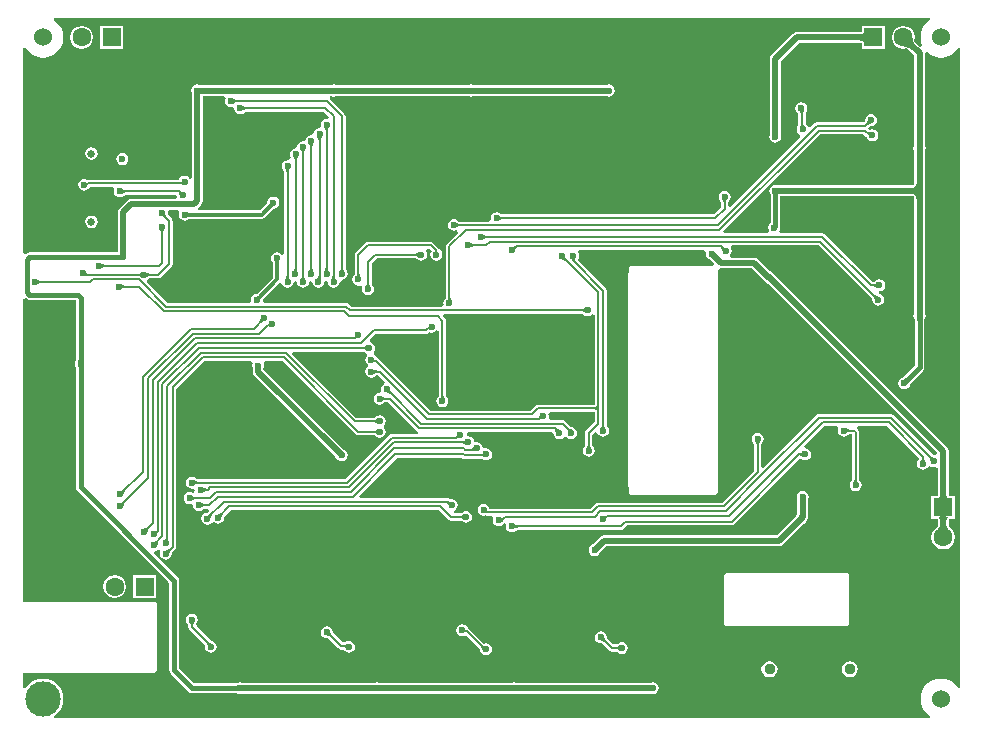
<source format=gbl>
G04*
G04 #@! TF.GenerationSoftware,Altium Limited,Altium Designer,20.2.6 (244)*
G04*
G04 Layer_Physical_Order=2*
G04 Layer_Color=16711680*
%FSLAX24Y24*%
%MOIN*%
G70*
G04*
G04 #@! TF.SameCoordinates,7583AB6C-3689-415F-B137-6D089145A127*
G04*
G04*
G04 #@! TF.FilePolarity,Positive*
G04*
G01*
G75*
%ADD13C,0.0079*%
%ADD15C,0.0118*%
%ADD85C,0.0157*%
%ADD86C,0.0197*%
%ADD87C,0.0256*%
%ADD88O,0.0827X0.0413*%
%ADD89O,0.0787X0.0394*%
%ADD90C,0.0630*%
%ADD91R,0.0630X0.0630*%
%ADD92R,0.0630X0.0630*%
%ADD93C,0.0118*%
%ADD94C,0.0600*%
%ADD95C,0.1181*%
%ADD96C,0.0374*%
%ADD97C,0.0236*%
G36*
X30360Y23445D02*
X30362Y23412D01*
X30231Y23312D01*
X30124Y23172D01*
X30057Y23009D01*
X30034Y22835D01*
X30057Y22660D01*
X30092Y22574D01*
X30026Y22529D01*
X29828Y22726D01*
X29850Y22835D01*
X29821Y22982D01*
X29737Y23107D01*
X29612Y23191D01*
X29465Y23220D01*
X29317Y23191D01*
X29192Y23107D01*
X29109Y22982D01*
X29079Y22835D01*
X29109Y22687D01*
X29192Y22562D01*
X29317Y22479D01*
X29465Y22449D01*
X29573Y22471D01*
X29819Y22224D01*
Y19218D01*
X29815Y19211D01*
X29799Y19134D01*
X29815Y19057D01*
X29819Y19050D01*
Y17897D01*
X25281D01*
X25274Y17902D01*
X25197Y17917D01*
X25120Y17902D01*
X25055Y17858D01*
X25011Y17793D01*
X24996Y17717D01*
X25011Y17640D01*
X25036Y17603D01*
Y16652D01*
X25016Y16638D01*
X24972Y16573D01*
X24957Y16496D01*
X24972Y16419D01*
X24998Y16380D01*
X24963Y16302D01*
X24963Y16302D01*
X23499D01*
X23466Y16380D01*
X26690Y19604D01*
X28132D01*
X28224Y19512D01*
X28224Y19512D01*
X28237Y19503D01*
X28240Y19490D01*
X28283Y19425D01*
X28348Y19382D01*
X28425Y19366D01*
X28502Y19382D01*
X28567Y19425D01*
X28611Y19490D01*
X28626Y19567D01*
X28611Y19644D01*
X28567Y19709D01*
X28502Y19752D01*
X28425Y19768D01*
X28348Y19752D01*
X28334Y19743D01*
X28277Y19800D01*
X28360Y19883D01*
X28386Y19878D01*
X28463Y19893D01*
X28528Y19937D01*
X28571Y20002D01*
X28587Y20079D01*
X28571Y20156D01*
X28528Y20221D01*
X28463Y20264D01*
X28386Y20279D01*
X28309Y20264D01*
X28244Y20221D01*
X28200Y20156D01*
X28185Y20079D01*
X28189Y20060D01*
X28137Y20002D01*
X26575D01*
X26529Y19993D01*
X26490Y19967D01*
X26490Y19967D01*
X26362Y19840D01*
X26273Y19862D01*
X26244Y19906D01*
X26203Y19933D01*
Y20329D01*
X26205Y20331D01*
X26248Y20396D01*
X26264Y20472D01*
X26248Y20549D01*
X26205Y20614D01*
X26140Y20658D01*
X26063Y20673D01*
X25986Y20658D01*
X25921Y20614D01*
X25878Y20549D01*
X25862Y20472D01*
X25878Y20396D01*
X25921Y20331D01*
X25962Y20303D01*
Y19907D01*
X25960Y19906D01*
X25917Y19841D01*
X25902Y19764D01*
X25917Y19687D01*
X25960Y19622D01*
X26004Y19593D01*
X26027Y19504D01*
X23703Y17180D01*
X23624Y17213D01*
Y17363D01*
X23646Y17378D01*
X23689Y17443D01*
X23705Y17520D01*
X23689Y17596D01*
X23646Y17662D01*
X23581Y17705D01*
X23504Y17720D01*
X23427Y17705D01*
X23362Y17662D01*
X23319Y17596D01*
X23303Y17520D01*
X23319Y17443D01*
X23362Y17378D01*
X23384Y17363D01*
Y17176D01*
X23139Y16931D01*
X16062D01*
X16047Y16953D01*
X15982Y16996D01*
X15906Y17012D01*
X15829Y16996D01*
X15764Y16953D01*
X15720Y16888D01*
X15705Y16811D01*
X15712Y16774D01*
X15659Y16695D01*
X14641D01*
X14620Y16727D01*
X14555Y16770D01*
X14478Y16785D01*
X14402Y16770D01*
X14336Y16727D01*
X14293Y16661D01*
X14278Y16585D01*
X14293Y16508D01*
X14336Y16443D01*
X14402Y16399D01*
X14478Y16384D01*
X14555Y16399D01*
X14577Y16414D01*
X14593Y16410D01*
X14617Y16323D01*
X14246Y15951D01*
X14219Y15912D01*
X14210Y15866D01*
X14210Y15866D01*
Y14133D01*
X14189Y14118D01*
X14145Y14053D01*
X14130Y13976D01*
X14137Y13939D01*
X14084Y13861D01*
X11060D01*
X10977Y13943D01*
X10938Y13970D01*
X10892Y13979D01*
X10892Y13979D01*
X8160D01*
X8107Y14057D01*
X8114Y14094D01*
X8114Y14096D01*
X8664Y14646D01*
X8730Y14634D01*
X8749Y14623D01*
X8752Y14608D01*
X8795Y14543D01*
X8860Y14500D01*
X8937Y14484D01*
X9014Y14500D01*
X9079Y14543D01*
X9122Y14608D01*
X9138Y14685D01*
X9181Y14697D01*
X9248Y14685D01*
X9263Y14608D01*
X9307Y14543D01*
X9372Y14500D01*
X9449Y14484D01*
X9526Y14500D01*
X9591Y14543D01*
X9634Y14608D01*
X9650Y14685D01*
X9717Y14697D01*
X9760Y14685D01*
X9775Y14608D01*
X9819Y14543D01*
X9884Y14500D01*
X9961Y14484D01*
X10037Y14500D01*
X10103Y14543D01*
X10146Y14608D01*
X10161Y14685D01*
X10229Y14697D01*
X10272Y14685D01*
X10287Y14608D01*
X10331Y14543D01*
X10396Y14500D01*
X10472Y14484D01*
X10549Y14500D01*
X10614Y14543D01*
X10658Y14608D01*
X10673Y14685D01*
X10671Y14695D01*
X10738Y14762D01*
X10748Y14760D01*
X10825Y14775D01*
X10890Y14819D01*
X10933Y14884D01*
X10949Y14961D01*
X10933Y15037D01*
X10890Y15103D01*
X10868Y15117D01*
Y20197D01*
X10859Y20243D01*
X10833Y20282D01*
X10337Y20778D01*
X10346Y20842D01*
X10358Y20864D01*
X10396Y20878D01*
X10472Y20862D01*
X10549Y20878D01*
X10556Y20882D01*
X14965D01*
X14972Y20878D01*
X15049Y20862D01*
X15126Y20878D01*
X15133Y20882D01*
X19562D01*
X19569Y20878D01*
X19646Y20862D01*
X19722Y20878D01*
X19788Y20921D01*
X19831Y20986D01*
X19846Y21063D01*
X19831Y21140D01*
X19788Y21205D01*
X19722Y21248D01*
X19646Y21264D01*
X19569Y21248D01*
X19562Y21244D01*
X15133D01*
X15126Y21248D01*
X15049Y21264D01*
X14972Y21248D01*
X14965Y21244D01*
X10556D01*
X10549Y21248D01*
X10472Y21264D01*
X10396Y21248D01*
X10388Y21244D01*
X6009D01*
X6002Y21248D01*
X5925Y21264D01*
X5848Y21248D01*
X5783Y21205D01*
X5740Y21140D01*
X5724Y21063D01*
X5740Y20986D01*
X5745Y20979D01*
Y18152D01*
X5666Y18128D01*
X5642Y18164D01*
X5577Y18207D01*
X5500Y18223D01*
X5423Y18207D01*
X5358Y18164D01*
X5315Y18099D01*
X5313Y18092D01*
X2280D01*
X2280Y18092D01*
X2258Y18088D01*
X2232Y18106D01*
X2155Y18121D01*
X2078Y18106D01*
X2013Y18062D01*
X1969Y17997D01*
X1954Y17920D01*
X1969Y17844D01*
X2013Y17779D01*
X2078Y17735D01*
X2155Y17720D01*
X2232Y17735D01*
X2297Y17779D01*
X2340Y17844D01*
X2342Y17852D01*
X3115D01*
X3159Y17779D01*
X3159Y17773D01*
X3145Y17701D01*
X3160Y17624D01*
X3203Y17559D01*
X3268Y17515D01*
X3345Y17500D01*
X3422Y17515D01*
X3487Y17559D01*
X3502Y17580D01*
X5208D01*
X5236Y17515D01*
X5193Y17448D01*
X3724D01*
X3655Y17434D01*
X3596Y17395D01*
X3337Y17136D01*
X3298Y17077D01*
X3284Y17008D01*
Y15672D01*
X328D01*
X267Y15660D01*
X215Y15625D01*
X215Y15625D01*
X204Y15614D01*
X131Y15645D01*
Y22466D01*
X177Y22486D01*
X210Y22488D01*
X310Y22357D01*
X450Y22250D01*
X613Y22183D01*
X787Y22160D01*
X962Y22183D01*
X1125Y22250D01*
X1265Y22357D01*
X1372Y22497D01*
X1439Y22660D01*
X1462Y22835D01*
X1439Y23009D01*
X1372Y23172D01*
X1265Y23312D01*
X1134Y23412D01*
X1136Y23445D01*
X1156Y23491D01*
X30340D01*
X30360Y23445D01*
D02*
G37*
G36*
X29780Y22798D02*
X29783Y22766D01*
X29788Y22735D01*
X29795Y22706D01*
X29804Y22678D01*
X29815Y22651D01*
X29828Y22626D01*
X29843Y22602D01*
X29860Y22580D01*
X29879Y22559D01*
X29740Y22420D01*
X29719Y22439D01*
X29697Y22456D01*
X29673Y22471D01*
X29648Y22485D01*
X29621Y22496D01*
X29593Y22505D01*
X29564Y22511D01*
X29533Y22516D01*
X29501Y22519D01*
X29468Y22520D01*
X29780Y22831D01*
X29780Y22798D01*
D02*
G37*
G36*
X31319Y22486D02*
X31365Y22466D01*
X31365Y1156D01*
X31319Y1136D01*
X31286Y1134D01*
X31186Y1265D01*
X31046Y1372D01*
X30883Y1439D01*
X30709Y1462D01*
X30534Y1439D01*
X30371Y1372D01*
X30231Y1265D01*
X30124Y1125D01*
X30057Y962D01*
X30034Y787D01*
X30057Y613D01*
X30124Y450D01*
X30231Y310D01*
X30362Y210D01*
X30360Y177D01*
X30340Y131D01*
X1156D01*
X1136Y177D01*
X1134Y210D01*
X1265Y310D01*
X1372Y450D01*
X1439Y613D01*
X1462Y787D01*
X1439Y962D01*
X1372Y1125D01*
X1265Y1265D01*
X1125Y1372D01*
X962Y1439D01*
X787Y1462D01*
X613Y1439D01*
X450Y1372D01*
X310Y1265D01*
X210Y1134D01*
X177Y1136D01*
X131Y1156D01*
Y1647D01*
X4488D01*
X4548Y1672D01*
X4573Y1732D01*
Y3937D01*
X4548Y3997D01*
X4488Y4022D01*
X131D01*
Y14119D01*
X204Y14149D01*
X215Y14138D01*
X215Y14138D01*
X267Y14104D01*
X328Y14091D01*
X1887D01*
Y12083D01*
X1862Y12045D01*
X1847Y11968D01*
X1862Y11892D01*
X1887Y11854D01*
Y7835D01*
X1887Y7835D01*
X1899Y7773D01*
X1934Y7721D01*
X4997Y4658D01*
Y1732D01*
X4997Y1732D01*
X5009Y1671D01*
X5044Y1619D01*
X5634Y1028D01*
X5634Y1028D01*
X5687Y993D01*
X5748Y981D01*
X7248D01*
X7285Y956D01*
X7362Y941D01*
X7439Y956D01*
X7446Y961D01*
X11845D01*
X11852Y956D01*
X11929Y941D01*
X12006Y956D01*
X12013Y961D01*
X16412D01*
X16419Y956D01*
X16496Y941D01*
X16573Y956D01*
X16580Y961D01*
X21018D01*
X21026Y956D01*
X21102Y941D01*
X21179Y956D01*
X21244Y1000D01*
X21288Y1065D01*
X21303Y1142D01*
X21288Y1219D01*
X21244Y1284D01*
X21179Y1327D01*
X21102Y1342D01*
X21026Y1327D01*
X21018Y1322D01*
X16580D01*
X16573Y1327D01*
X16496Y1342D01*
X16419Y1327D01*
X16412Y1322D01*
X12013D01*
X12006Y1327D01*
X11929Y1342D01*
X11852Y1327D01*
X11845Y1322D01*
X7446D01*
X7439Y1327D01*
X7362Y1342D01*
X7285Y1327D01*
X7248Y1302D01*
X5815D01*
X5318Y1799D01*
Y4724D01*
X5318Y4724D01*
X5306Y4786D01*
X5271Y4838D01*
X4480Y5629D01*
X4482Y5646D01*
X4511Y5709D01*
X4565Y5720D01*
X4611Y5751D01*
X4686Y5746D01*
X4696Y5743D01*
X4704Y5721D01*
X4694Y5705D01*
X4679Y5629D01*
X4694Y5552D01*
X4737Y5487D01*
X4803Y5443D01*
X4879Y5428D01*
X4956Y5443D01*
X5021Y5487D01*
X5065Y5552D01*
X5080Y5629D01*
X5075Y5653D01*
X5190Y5768D01*
X5216Y5807D01*
X5225Y5853D01*
X5225Y5853D01*
Y11118D01*
X6152Y12045D01*
X7725D01*
X7767Y11967D01*
X7752Y11890D01*
X7767Y11813D01*
X7772Y11806D01*
Y11693D01*
X7786Y11624D01*
X7825Y11565D01*
X10561Y8829D01*
X10563Y8821D01*
X10606Y8756D01*
X10671Y8712D01*
X10748Y8697D01*
X10825Y8712D01*
X10890Y8756D01*
X10933Y8821D01*
X10949Y8898D01*
X10933Y8974D01*
X10890Y9040D01*
X10825Y9083D01*
X10816Y9085D01*
X8133Y11768D01*
Y11806D01*
X8138Y11813D01*
X8153Y11890D01*
X8138Y11967D01*
X8181Y12045D01*
X8769D01*
X11214Y9600D01*
X11253Y9574D01*
X11299Y9565D01*
X11852D01*
X11866Y9543D01*
X11931Y9500D01*
X12008Y9484D01*
X12085Y9500D01*
X12150Y9543D01*
X12193Y9608D01*
X12209Y9685D01*
X12193Y9762D01*
X12161Y9810D01*
X12154Y9862D01*
X12161Y9914D01*
X12193Y9963D01*
X12209Y10039D01*
X12193Y10116D01*
X12150Y10181D01*
X12085Y10225D01*
X12008Y10240D01*
X11931Y10225D01*
X11866Y10181D01*
X11852Y10160D01*
X11217D01*
X9090Y12287D01*
X9120Y12360D01*
X11497D01*
X11512Y12338D01*
X11562Y12305D01*
X11578Y12261D01*
X11581Y12214D01*
X11547Y12163D01*
X11532Y12087D01*
X11547Y12010D01*
X11590Y11945D01*
X11602Y11937D01*
Y11842D01*
X11590Y11835D01*
X11547Y11770D01*
X11532Y11693D01*
X11547Y11616D01*
X11590Y11551D01*
X11655Y11507D01*
X11732Y11492D01*
X11809Y11507D01*
X11874Y11551D01*
X11883Y11564D01*
X11962Y11569D01*
X12168Y11362D01*
X12146Y11273D01*
X12102Y11244D01*
X12059Y11179D01*
X12043Y11102D01*
X12052Y11060D01*
X12014Y10998D01*
X11993Y10985D01*
X11931Y10973D01*
X11866Y10929D01*
X11822Y10864D01*
X11807Y10787D01*
X11822Y10711D01*
X11866Y10645D01*
X11931Y10602D01*
X12008Y10587D01*
X12085Y10602D01*
X12150Y10645D01*
X12164Y10667D01*
X12286D01*
X13235Y9718D01*
X13275Y9692D01*
X13297Y9687D01*
X13290Y9609D01*
X12402D01*
X12402Y9609D01*
X12355Y9599D01*
X12316Y9573D01*
X12316Y9573D01*
X10856Y8113D01*
X5904D01*
X5890Y8134D01*
X5825Y8178D01*
X5748Y8193D01*
X5671Y8178D01*
X5606Y8134D01*
X5563Y8069D01*
X5547Y7992D01*
X5563Y7915D01*
X5606Y7850D01*
X5671Y7807D01*
X5748Y7791D01*
X5791Y7800D01*
X5852Y7762D01*
X5865Y7741D01*
X5866Y7739D01*
X5806Y7655D01*
X5772Y7649D01*
X5746Y7666D01*
X5669Y7681D01*
X5592Y7666D01*
X5527Y7622D01*
X5484Y7557D01*
X5469Y7480D01*
X5484Y7404D01*
X5527Y7338D01*
X5592Y7295D01*
X5669Y7280D01*
X5712Y7288D01*
X5773Y7250D01*
X5787Y7229D01*
X5799Y7167D01*
X5842Y7102D01*
X5907Y7059D01*
X5984Y7043D01*
X6061Y7059D01*
X6126Y7102D01*
X6141Y7124D01*
X6295D01*
X6329Y7047D01*
X6270Y6988D01*
X6260Y6990D01*
X6183Y6975D01*
X6118Y6931D01*
X6074Y6866D01*
X6059Y6789D01*
X6074Y6713D01*
X6118Y6647D01*
X6183Y6604D01*
X6260Y6589D01*
X6337Y6604D01*
X6402Y6647D01*
X6402Y6648D01*
X6472Y6685D01*
X6537Y6642D01*
X6614Y6627D01*
X6691Y6642D01*
X6756Y6685D01*
X6800Y6751D01*
X6815Y6827D01*
X6810Y6853D01*
X7041Y7084D01*
X13966D01*
X14285Y6765D01*
X14285Y6765D01*
X14324Y6739D01*
X14370Y6730D01*
X14726D01*
X14740Y6708D01*
X14805Y6665D01*
X14882Y6650D01*
X14959Y6665D01*
X15024Y6708D01*
X15067Y6774D01*
X15083Y6850D01*
X15067Y6927D01*
X15024Y6992D01*
X14959Y7036D01*
X14882Y7051D01*
X14805Y7036D01*
X14740Y6992D01*
X14726Y6971D01*
X14487D01*
X14483Y6978D01*
X14486Y7059D01*
X14551Y7102D01*
X14595Y7167D01*
X14610Y7244D01*
X14595Y7321D01*
X14551Y7386D01*
X14486Y7430D01*
X14409Y7445D01*
X14349Y7433D01*
X14334Y7447D01*
X14295Y7473D01*
X14249Y7483D01*
X14249Y7483D01*
X11337D01*
X11307Y7555D01*
X12568Y8817D01*
X14748D01*
X14752Y8812D01*
X14752Y8812D01*
X14791Y8786D01*
X14837Y8777D01*
X14837Y8777D01*
X15426D01*
X15426Y8777D01*
X15434Y8779D01*
X15474Y8752D01*
X15551Y8736D01*
X15628Y8752D01*
X15693Y8795D01*
X15737Y8860D01*
X15752Y8937D01*
X15737Y9014D01*
X15693Y9079D01*
X15628Y9122D01*
X15551Y9138D01*
X15521Y9132D01*
X15468Y9133D01*
X15436Y9189D01*
X15431Y9211D01*
X15388Y9276D01*
X15323Y9319D01*
X15246Y9335D01*
X15235Y9332D01*
X15166Y9331D01*
X15150Y9390D01*
X15146Y9408D01*
X15103Y9473D01*
X15037Y9516D01*
X14961Y9531D01*
X14959Y9531D01*
X14925Y9548D01*
X14908Y9614D01*
X14960Y9683D01*
X17719D01*
X17791Y9646D01*
X17807Y9569D01*
X17850Y9504D01*
X17915Y9460D01*
X17992Y9445D01*
X18069Y9460D01*
X18134Y9504D01*
X18142Y9515D01*
X18236D01*
X18244Y9504D01*
X18309Y9460D01*
X18386Y9445D01*
X18463Y9460D01*
X18528Y9504D01*
X18571Y9569D01*
X18587Y9646D01*
X18571Y9722D01*
X18528Y9788D01*
X18463Y9831D01*
X18397Y9844D01*
X18195Y10046D01*
X18156Y10072D01*
X18110Y10081D01*
X18110Y10081D01*
X17688D01*
X17634Y10160D01*
X17642Y10197D01*
X17626Y10274D01*
X17669Y10352D01*
X19171D01*
Y10011D01*
X18891Y9731D01*
X18865Y9692D01*
X18856Y9646D01*
X18856Y9646D01*
Y9211D01*
X18834Y9197D01*
X18791Y9132D01*
X18776Y9055D01*
X18791Y8978D01*
X18834Y8913D01*
X18900Y8870D01*
X18976Y8854D01*
X19053Y8870D01*
X19118Y8913D01*
X19162Y8978D01*
X19177Y9055D01*
X19162Y9132D01*
X19118Y9197D01*
X19097Y9211D01*
Y9596D01*
X19177Y9676D01*
X19263Y9650D01*
X19263Y9648D01*
X19307Y9582D01*
X19372Y9539D01*
X19449Y9524D01*
X19526Y9539D01*
X19591Y9582D01*
X19634Y9648D01*
X19650Y9724D01*
X19634Y9801D01*
X19591Y9866D01*
X19569Y9881D01*
Y14396D01*
X19569Y14396D01*
X19560Y14442D01*
X19534Y14481D01*
X18606Y15409D01*
X18606Y15409D01*
X18650Y15474D01*
X18665Y15551D01*
X18650Y15628D01*
X18624Y15667D01*
X18659Y15745D01*
X18659Y15746D01*
X22824D01*
X22878Y15667D01*
X22870Y15630D01*
X22885Y15553D01*
X22929Y15488D01*
X22994Y15444D01*
X23003Y15443D01*
X23163Y15282D01*
X23131Y15203D01*
X20394D01*
X20333Y15178D01*
X20308Y15118D01*
Y15001D01*
X20298Y14974D01*
Y7888D01*
X20308Y7862D01*
Y7677D01*
X20333Y7617D01*
X20394Y7592D01*
X23189D01*
X23249Y7617D01*
X23274Y7677D01*
X23274Y15082D01*
X23283Y15096D01*
X23338Y15139D01*
X23347Y15142D01*
X23386Y15134D01*
X24413D01*
X24825Y14722D01*
X24840Y14712D01*
X24848Y14701D01*
X24913Y14657D01*
X24922Y14655D01*
X30573Y9004D01*
X30567Y8952D01*
X30490Y8898D01*
X30472Y8901D01*
X30469Y8901D01*
X29127Y10243D01*
X29088Y10269D01*
X29042Y10278D01*
X29042Y10278D01*
X26646D01*
X26600Y10269D01*
X26561Y10243D01*
X24799Y8481D01*
X24727Y8511D01*
Y9293D01*
X24748Y9307D01*
X24792Y9372D01*
X24807Y9449D01*
X24792Y9526D01*
X24748Y9591D01*
X24683Y9634D01*
X24606Y9650D01*
X24529Y9634D01*
X24464Y9591D01*
X24421Y9526D01*
X24406Y9449D01*
X24421Y9372D01*
X24464Y9307D01*
X24486Y9293D01*
Y8390D01*
X23421Y7325D01*
X19269D01*
X19269Y7325D01*
X19223Y7316D01*
X19184Y7290D01*
X19023Y7128D01*
X15665D01*
X15658Y7163D01*
X15614Y7229D01*
X15549Y7272D01*
X15472Y7287D01*
X15396Y7272D01*
X15331Y7229D01*
X15287Y7163D01*
X15272Y7087D01*
X15287Y7010D01*
X15331Y6945D01*
X15396Y6901D01*
X15472Y6886D01*
X15543Y6900D01*
X15548Y6897D01*
X15594Y6887D01*
X15756D01*
X15799Y6809D01*
X15784Y6732D01*
X15799Y6655D01*
X15842Y6590D01*
X15907Y6547D01*
X15984Y6532D01*
X16061Y6547D01*
X16126Y6590D01*
X16165Y6648D01*
X16232Y6612D01*
X16217Y6535D01*
X16232Y6459D01*
X16275Y6394D01*
X16341Y6350D01*
X16417Y6335D01*
X16494Y6350D01*
X16559Y6394D01*
X16574Y6415D01*
X20039D01*
X20039Y6415D01*
X20085Y6424D01*
X20125Y6450D01*
X20244Y6569D01*
X23737D01*
X23737Y6569D01*
X23783Y6579D01*
X23822Y6605D01*
X26015Y8797D01*
X26039Y8795D01*
X26104Y8752D01*
X26181Y8736D01*
X26258Y8752D01*
X26323Y8795D01*
X26367Y8860D01*
X26382Y8937D01*
X26367Y9014D01*
X26323Y9079D01*
X26258Y9122D01*
X26189Y9136D01*
X26171Y9166D01*
X26155Y9213D01*
X26822Y9880D01*
X27253D01*
X27295Y9801D01*
X27280Y9724D01*
X27295Y9648D01*
X27338Y9582D01*
X27404Y9539D01*
X27480Y9524D01*
X27557Y9539D01*
X27622Y9582D01*
X27637Y9604D01*
X27754D01*
Y8070D01*
X27732Y8055D01*
X27689Y7990D01*
X27673Y7913D01*
X27689Y7837D01*
X27732Y7771D01*
X27797Y7728D01*
X27874Y7713D01*
X27951Y7728D01*
X28016Y7771D01*
X28059Y7837D01*
X28075Y7913D01*
X28059Y7990D01*
X28016Y8055D01*
X27994Y8070D01*
Y9678D01*
X27994Y9678D01*
X27985Y9724D01*
X27959Y9763D01*
X27959Y9763D01*
X27922Y9801D01*
X27927Y9837D01*
X27950Y9880D01*
X28926D01*
X29961Y8845D01*
X29976Y8764D01*
X29933Y8699D01*
X29917Y8622D01*
X29933Y8545D01*
X29976Y8480D01*
X30041Y8437D01*
X30118Y8421D01*
X30195Y8437D01*
X30260Y8480D01*
X30278Y8507D01*
X30314Y8543D01*
X30379Y8527D01*
X30396Y8515D01*
X30472Y8500D01*
X30528Y8511D01*
X30607Y8466D01*
Y7559D01*
X30394D01*
Y6772D01*
X30607D01*
Y6518D01*
X30504Y6449D01*
X30417Y6319D01*
X30386Y6165D01*
X30417Y6012D01*
X30504Y5882D01*
X30634Y5795D01*
X30787Y5764D01*
X30941Y5795D01*
X31071Y5882D01*
X31158Y6012D01*
X31189Y6165D01*
X31158Y6319D01*
X31071Y6449D01*
X30968Y6518D01*
Y6772D01*
X31181D01*
Y7559D01*
X30968D01*
Y9045D01*
X30954Y9114D01*
X30915Y9173D01*
X25177Y14911D01*
X25176Y14919D01*
X25132Y14984D01*
X25067Y15028D01*
X25022Y15037D01*
X24616Y15443D01*
X24557Y15482D01*
X24488Y15496D01*
X23720D01*
X23699Y15539D01*
X23690Y15574D01*
X23729Y15632D01*
X23744Y15709D01*
X23729Y15785D01*
X23703Y15824D01*
X23737Y15903D01*
X23738Y15903D01*
X26643D01*
X28426Y14120D01*
X28421Y14094D01*
X28437Y14018D01*
X28480Y13953D01*
X28545Y13909D01*
X28622Y13894D01*
X28699Y13909D01*
X28764Y13953D01*
X28807Y14018D01*
X28823Y14094D01*
X28807Y14171D01*
X28764Y14236D01*
X28699Y14280D01*
X28650Y14290D01*
X28661Y14366D01*
X28738Y14382D01*
X28803Y14425D01*
X28847Y14490D01*
X28862Y14567D01*
X28847Y14644D01*
X28803Y14709D01*
X28738Y14752D01*
X28661Y14768D01*
X28585Y14752D01*
X28519Y14709D01*
X28505Y14687D01*
X28422D01*
X26843Y16266D01*
X26804Y16292D01*
X26758Y16302D01*
X26758Y16302D01*
X25352D01*
X25351Y16302D01*
X25317Y16380D01*
X25343Y16419D01*
X25358Y16496D01*
X25352Y16528D01*
X25357Y16557D01*
X25357Y16557D01*
Y17536D01*
X29819D01*
Y13627D01*
X29815Y13620D01*
X29799Y13543D01*
X29815Y13467D01*
X29839Y13429D01*
Y11897D01*
X29431Y11488D01*
X29411Y11485D01*
X29346Y11441D01*
X29303Y11376D01*
X29287Y11299D01*
X29303Y11222D01*
X29346Y11157D01*
X29411Y11114D01*
X29488Y11099D01*
X29565Y11114D01*
X29630Y11157D01*
X29674Y11222D01*
X29687Y11291D01*
X30114Y11717D01*
X30148Y11769D01*
X30161Y11831D01*
X30161Y11831D01*
Y13429D01*
X30185Y13467D01*
X30201Y13543D01*
X30185Y13620D01*
X30181Y13627D01*
Y17717D01*
Y19050D01*
X30185Y19057D01*
X30201Y19134D01*
X30185Y19211D01*
X30181Y19218D01*
Y22299D01*
X30181Y22300D01*
X30253Y22341D01*
X30371Y22250D01*
X30534Y22183D01*
X30709Y22160D01*
X30883Y22183D01*
X31046Y22250D01*
X31186Y22357D01*
X31286Y22488D01*
X31319Y22486D01*
D02*
G37*
G36*
X7140Y20783D02*
X7149Y20776D01*
X7158Y20769D01*
X7168Y20764D01*
X7177Y20759D01*
X7187Y20755D01*
X7197Y20752D01*
X7208Y20750D01*
X7219Y20748D01*
X7229Y20748D01*
Y20669D01*
X7219Y20669D01*
X7208Y20668D01*
X7197Y20665D01*
X7187Y20662D01*
X7177Y20658D01*
X7168Y20654D01*
X7158Y20648D01*
X7149Y20642D01*
X7140Y20634D01*
X7132Y20626D01*
Y20791D01*
X7140Y20783D01*
D02*
G37*
G36*
X7455Y20547D02*
X7464Y20540D01*
X7473Y20533D01*
X7483Y20527D01*
X7492Y20523D01*
X7502Y20519D01*
X7512Y20516D01*
X7523Y20514D01*
X7533Y20512D01*
X7544Y20512D01*
Y20433D01*
X7533Y20433D01*
X7523Y20431D01*
X7512Y20429D01*
X7502Y20426D01*
X7492Y20422D01*
X7483Y20417D01*
X7473Y20412D01*
X7464Y20405D01*
X7455Y20398D01*
X7447Y20390D01*
Y20555D01*
X7455Y20547D01*
D02*
G37*
G36*
X26152Y20393D02*
X26145Y20383D01*
X26140Y20373D01*
X26135Y20362D01*
X26131Y20352D01*
X26128Y20342D01*
X26125Y20331D01*
X26124Y20321D01*
X26122Y20310D01*
X26122Y20299D01*
X26043Y20285D01*
X26043Y20296D01*
X26041Y20307D01*
X26039Y20317D01*
X26036Y20327D01*
X26031Y20336D01*
X26026Y20345D01*
X26020Y20353D01*
X26013Y20361D01*
X26005Y20369D01*
X25996Y20375D01*
X26159Y20403D01*
X26152Y20393D01*
D02*
G37*
G36*
X6874Y20804D02*
X6862Y20785D01*
X6847Y20709D01*
X6862Y20632D01*
X6905Y20567D01*
X6970Y20523D01*
X7047Y20508D01*
X7090Y20516D01*
X7151Y20479D01*
X7165Y20457D01*
X7177Y20396D01*
X7220Y20331D01*
X7285Y20287D01*
X7362Y20272D01*
X7439Y20287D01*
X7504Y20331D01*
X7518Y20352D01*
X10147D01*
X10312Y20187D01*
X10273Y20115D01*
X10236Y20122D01*
X10159Y20107D01*
X10094Y20063D01*
X10051Y19998D01*
X10036Y19921D01*
X10044Y19879D01*
X10006Y19817D01*
X9985Y19804D01*
X9923Y19792D01*
X9858Y19748D01*
X9815Y19683D01*
X9799Y19606D01*
X9726Y19570D01*
X9724Y19571D01*
X9648Y19556D01*
X9582Y19512D01*
X9539Y19447D01*
X9524Y19370D01*
X9450Y19374D01*
X9449Y19374D01*
X9372Y19359D01*
X9307Y19315D01*
X9263Y19250D01*
X9255Y19210D01*
X9226Y19160D01*
X9176Y19131D01*
X9136Y19122D01*
X9071Y19079D01*
X9027Y19014D01*
X9012Y18937D01*
X9027Y18860D01*
X9044Y18835D01*
X9038Y18800D01*
X8954Y18741D01*
X8937Y18744D01*
X8860Y18729D01*
X8795Y18685D01*
X8752Y18620D01*
X8736Y18543D01*
X8752Y18467D01*
X8795Y18401D01*
X8817Y18387D01*
Y15618D01*
X8738Y15595D01*
X8725Y15614D01*
X8659Y15658D01*
X8583Y15673D01*
X8506Y15658D01*
X8441Y15614D01*
X8397Y15549D01*
X8382Y15472D01*
X8397Y15396D01*
X8441Y15331D01*
X8442Y15330D01*
Y14822D01*
X7915Y14295D01*
X7913Y14295D01*
X7837Y14280D01*
X7771Y14236D01*
X7728Y14171D01*
X7713Y14094D01*
X7720Y14057D01*
X7667Y13979D01*
X4930D01*
X4243Y14666D01*
X4261Y14759D01*
X4292Y14780D01*
X4306Y14802D01*
X4627D01*
X4627Y14802D01*
X4673Y14811D01*
X4712Y14837D01*
X5071Y15197D01*
X5071Y15197D01*
X5097Y15236D01*
X5107Y15282D01*
X5107Y15282D01*
Y16717D01*
X5107Y16717D01*
X5097Y16763D01*
X5071Y16802D01*
X5071Y16802D01*
X4943Y16931D01*
X4951Y16972D01*
X4944Y17008D01*
X4998Y17087D01*
X5286D01*
X5328Y17008D01*
X5326Y17006D01*
X5311Y16929D01*
X5326Y16852D01*
X5370Y16787D01*
X5435Y16744D01*
X5512Y16728D01*
X5589Y16744D01*
X5654Y16787D01*
X5655Y16789D01*
X8071D01*
X8125Y16799D01*
X8170Y16830D01*
X8463Y17122D01*
X8465Y17122D01*
X8541Y17137D01*
X8606Y17181D01*
X8650Y17246D01*
X8665Y17323D01*
X8650Y17400D01*
X8606Y17465D01*
X8541Y17508D01*
X8465Y17524D01*
X8388Y17508D01*
X8323Y17465D01*
X8279Y17400D01*
X8264Y17323D01*
X8264Y17321D01*
X8013Y17070D01*
X5975D01*
X5952Y17112D01*
X5946Y17148D01*
X6053Y17255D01*
X6092Y17314D01*
X6106Y17383D01*
Y20882D01*
X6832D01*
X6874Y20804D01*
D02*
G37*
G36*
X28385Y19961D02*
X28373Y19960D01*
X28361Y19959D01*
X28350Y19957D01*
X28340Y19955D01*
X28329Y19951D01*
X28320Y19947D01*
X28310Y19942D01*
X28301Y19936D01*
X28293Y19929D01*
X28285Y19922D01*
X28229Y19978D01*
X28237Y19986D01*
X28243Y19994D01*
X28249Y20003D01*
X28254Y20013D01*
X28258Y20022D01*
X28262Y20032D01*
X28265Y20043D01*
X28266Y20054D01*
X28267Y20066D01*
X28268Y20078D01*
X28385Y19961D01*
D02*
G37*
G36*
X26123Y19940D02*
X26124Y19929D01*
X26126Y19919D01*
X26130Y19909D01*
X26134Y19900D01*
X26139Y19891D01*
X26145Y19883D01*
X26153Y19875D01*
X26161Y19868D01*
X26170Y19861D01*
X26007Y19833D01*
X26014Y19843D01*
X26020Y19853D01*
X26025Y19864D01*
X26030Y19874D01*
X26034Y19884D01*
X26037Y19895D01*
X26040Y19905D01*
X26042Y19916D01*
X26043Y19926D01*
X26043Y19937D01*
X26122Y19951D01*
X26123Y19940D01*
D02*
G37*
G36*
X10311Y19828D02*
X10303Y19819D01*
X10297Y19810D01*
X10291Y19801D01*
X10286Y19791D01*
X10283Y19781D01*
X10279Y19771D01*
X10277Y19761D01*
X10276Y19750D01*
X10276Y19739D01*
X10197D01*
X10196Y19750D01*
X10195Y19761D01*
X10193Y19771D01*
X10190Y19781D01*
X10186Y19791D01*
X10181Y19801D01*
X10176Y19810D01*
X10169Y19819D01*
X10162Y19828D01*
X10154Y19837D01*
X10319D01*
X10311Y19828D01*
D02*
G37*
G36*
X10074Y19513D02*
X10067Y19504D01*
X10061Y19495D01*
X10055Y19486D01*
X10050Y19476D01*
X10046Y19466D01*
X10043Y19456D01*
X10041Y19446D01*
X10040Y19435D01*
X10039Y19424D01*
X9961D01*
X9960Y19435D01*
X9959Y19446D01*
X9957Y19456D01*
X9954Y19466D01*
X9950Y19476D01*
X9945Y19486D01*
X9939Y19495D01*
X9933Y19504D01*
X9926Y19513D01*
X9917Y19522D01*
X10083D01*
X10074Y19513D01*
D02*
G37*
G36*
X9799Y19277D02*
X9791Y19268D01*
X9785Y19259D01*
X9779Y19250D01*
X9775Y19240D01*
X9771Y19230D01*
X9768Y19220D01*
X9766Y19210D01*
X9764Y19199D01*
X9764Y19188D01*
X9685D01*
X9685Y19199D01*
X9683Y19210D01*
X9681Y19220D01*
X9678Y19230D01*
X9674Y19240D01*
X9669Y19250D01*
X9664Y19259D01*
X9657Y19268D01*
X9650Y19277D01*
X9642Y19286D01*
X9807D01*
X9799Y19277D01*
D02*
G37*
G36*
X9523Y19080D02*
X9516Y19071D01*
X9509Y19062D01*
X9504Y19053D01*
X9499Y19043D01*
X9495Y19033D01*
X9492Y19023D01*
X9490Y19013D01*
X9489Y19002D01*
X9488Y18991D01*
X9409D01*
X9409Y19002D01*
X9408Y19013D01*
X9406Y19023D01*
X9403Y19033D01*
X9399Y19043D01*
X9394Y19053D01*
X9388Y19062D01*
X9382Y19071D01*
X9374Y19080D01*
X9366Y19089D01*
X9531D01*
X9523Y19080D01*
D02*
G37*
G36*
X9287Y18844D02*
X9280Y18835D01*
X9273Y18826D01*
X9268Y18817D01*
X9263Y18807D01*
X9259Y18797D01*
X9256Y18787D01*
X9254Y18776D01*
X9252Y18766D01*
X9252Y18755D01*
X9173D01*
X9173Y18766D01*
X9172Y18776D01*
X9169Y18787D01*
X9166Y18797D01*
X9162Y18807D01*
X9158Y18817D01*
X9152Y18826D01*
X9146Y18835D01*
X9138Y18844D01*
X9130Y18853D01*
X9295D01*
X9287Y18844D01*
D02*
G37*
G36*
X9011Y18450D02*
X9004Y18441D01*
X8998Y18432D01*
X8992Y18423D01*
X8987Y18413D01*
X8983Y18403D01*
X8980Y18393D01*
X8978Y18383D01*
X8977Y18372D01*
X8976Y18361D01*
X8898D01*
X8897Y18372D01*
X8896Y18383D01*
X8894Y18393D01*
X8891Y18403D01*
X8887Y18413D01*
X8882Y18423D01*
X8876Y18432D01*
X8870Y18441D01*
X8863Y18450D01*
X8854Y18459D01*
X9020D01*
X9011Y18450D01*
D02*
G37*
G36*
X3438Y17775D02*
X3447Y17768D01*
X3456Y17761D01*
X3466Y17756D01*
X3475Y17751D01*
X3485Y17747D01*
X3495Y17744D01*
X3506Y17742D01*
X3517Y17740D01*
X3528Y17740D01*
Y17661D01*
X3517Y17661D01*
X3506Y17659D01*
X3495Y17657D01*
X3485Y17654D01*
X3475Y17650D01*
X3466Y17646D01*
X3456Y17640D01*
X3447Y17633D01*
X3438Y17626D01*
X3430Y17618D01*
Y17783D01*
X3438Y17775D01*
D02*
G37*
G36*
X5358Y17720D02*
X5367Y17713D01*
X5376Y17707D01*
X5384Y17701D01*
X5393Y17697D01*
X5402Y17693D01*
X5411Y17691D01*
X5420Y17690D01*
X5429Y17689D01*
X5438Y17689D01*
X5333Y17585D01*
X5333Y17593D01*
X5333Y17602D01*
X5331Y17611D01*
X5329Y17620D01*
X5325Y17629D01*
X5321Y17638D01*
X5315Y17646D01*
X5309Y17655D01*
X5302Y17664D01*
X5294Y17673D01*
X5349Y17728D01*
X5358Y17720D01*
D02*
G37*
G36*
X25279Y17631D02*
X25278Y17628D01*
X25278Y17624D01*
X25277Y17612D01*
X25276Y17571D01*
X25276Y17558D01*
X25118D01*
X25114Y17632D01*
X25280D01*
X25279Y17631D01*
D02*
G37*
G36*
X30098Y17717D02*
X29902Y17421D01*
X29900Y17459D01*
X29894Y17492D01*
X29884Y17522D01*
X29870Y17547D01*
X29852Y17569D01*
X29831Y17587D01*
X29805Y17600D01*
X29776Y17610D01*
X29742Y17616D01*
X29705Y17618D01*
Y17815D01*
X29742Y17817D01*
X29776Y17823D01*
X29805Y17833D01*
X29831Y17846D01*
X29852Y17864D01*
X29870Y17886D01*
X29884Y17911D01*
X29894Y17941D01*
X29900Y17974D01*
X29902Y18012D01*
X30098Y17717D01*
D02*
G37*
G36*
X23578Y17427D02*
X23571Y17418D01*
X23565Y17409D01*
X23559Y17399D01*
X23554Y17390D01*
X23550Y17380D01*
X23547Y17370D01*
X23545Y17359D01*
X23544Y17348D01*
X23543Y17337D01*
X23465D01*
X23464Y17348D01*
X23463Y17359D01*
X23461Y17370D01*
X23458Y17380D01*
X23454Y17390D01*
X23449Y17399D01*
X23443Y17409D01*
X23437Y17418D01*
X23429Y17427D01*
X23421Y17435D01*
X23587D01*
X23578Y17427D01*
D02*
G37*
G36*
X8463Y17205D02*
X8457Y17204D01*
X8450Y17203D01*
X8442Y17201D01*
X8435Y17198D01*
X8427Y17193D01*
X8419Y17188D01*
X8411Y17182D01*
X8402Y17175D01*
X8384Y17159D01*
X8300Y17242D01*
X8309Y17251D01*
X8324Y17269D01*
X8330Y17277D01*
X8335Y17285D01*
X8339Y17293D01*
X8342Y17301D01*
X8345Y17308D01*
X8346Y17315D01*
X8346Y17322D01*
X8463Y17205D01*
D02*
G37*
G36*
X5601Y17007D02*
X5607Y17003D01*
X5614Y17000D01*
X5621Y16997D01*
X5630Y16994D01*
X5639Y16992D01*
X5649Y16990D01*
X5660Y16989D01*
X5685Y16988D01*
Y16870D01*
X5672Y16870D01*
X5649Y16868D01*
X5639Y16866D01*
X5630Y16864D01*
X5621Y16862D01*
X5614Y16859D01*
X5607Y16855D01*
X5601Y16851D01*
X5596Y16846D01*
Y17012D01*
X5601Y17007D01*
D02*
G37*
G36*
X4866Y16946D02*
X4866Y16935D01*
X4867Y16924D01*
X4869Y16914D01*
X4872Y16904D01*
X4876Y16894D01*
X4880Y16885D01*
X4886Y16876D01*
X4892Y16867D01*
X4900Y16859D01*
X4838Y16810D01*
X4830Y16817D01*
X4821Y16824D01*
X4813Y16830D01*
X4803Y16835D01*
X4794Y16840D01*
X4783Y16844D01*
X4773Y16848D01*
X4762Y16851D01*
X4750Y16853D01*
X4738Y16855D01*
X4867Y16958D01*
X4866Y16946D01*
D02*
G37*
G36*
X15998Y16885D02*
X16007Y16878D01*
X16016Y16872D01*
X16026Y16866D01*
X16036Y16861D01*
X16045Y16857D01*
X16056Y16854D01*
X16066Y16852D01*
X16077Y16851D01*
X16088Y16850D01*
Y16772D01*
X16077Y16771D01*
X16066Y16770D01*
X16056Y16768D01*
X16045Y16765D01*
X16036Y16761D01*
X16026Y16756D01*
X16016Y16750D01*
X16007Y16744D01*
X15998Y16737D01*
X15990Y16728D01*
Y16894D01*
X15998Y16885D01*
D02*
G37*
G36*
X25264Y16548D02*
X25108Y16603D01*
X25110Y16605D01*
X25111Y16608D01*
X25113Y16612D01*
X25114Y16618D01*
X25115Y16624D01*
X25117Y16642D01*
X25118Y16665D01*
X25118Y16678D01*
X25276D01*
X25264Y16548D01*
D02*
G37*
G36*
X14577Y16651D02*
X14585Y16644D01*
X14594Y16637D01*
X14603Y16631D01*
X14612Y16626D01*
X14621Y16622D01*
X14631Y16618D01*
X14642Y16616D01*
X14652Y16615D01*
X14664Y16614D01*
X14657Y16535D01*
X14646Y16535D01*
X14635Y16534D01*
X14625Y16532D01*
X14614Y16529D01*
X14604Y16525D01*
X14594Y16521D01*
X14584Y16516D01*
X14574Y16510D01*
X14565Y16503D01*
X14556Y16495D01*
X14569Y16660D01*
X14577Y16651D01*
D02*
G37*
G36*
X4824Y16429D02*
X4817Y16420D01*
X4811Y16411D01*
X4805Y16402D01*
X4800Y16392D01*
X4796Y16382D01*
X4793Y16372D01*
X4791Y16361D01*
X4790Y16351D01*
X4789Y16340D01*
X4711D01*
X4710Y16351D01*
X4709Y16361D01*
X4707Y16372D01*
X4704Y16382D01*
X4700Y16392D01*
X4695Y16402D01*
X4689Y16411D01*
X4683Y16420D01*
X4676Y16429D01*
X4667Y16438D01*
X4833D01*
X4824Y16429D01*
D02*
G37*
G36*
X15487Y16256D02*
X15496Y16248D01*
X15505Y16242D01*
X15514Y16236D01*
X15524Y16231D01*
X15534Y16227D01*
X15544Y16224D01*
X15554Y16222D01*
X15565Y16221D01*
X15576Y16220D01*
Y16142D01*
X15565Y16141D01*
X15554Y16140D01*
X15544Y16138D01*
X15534Y16135D01*
X15524Y16131D01*
X15514Y16126D01*
X15505Y16121D01*
X15496Y16114D01*
X15487Y16107D01*
X15478Y16098D01*
Y16264D01*
X15487Y16256D01*
D02*
G37*
G36*
X16570Y15838D02*
X16562Y15830D01*
X16549Y15815D01*
X16544Y15807D01*
X16540Y15800D01*
X16537Y15794D01*
X16535Y15787D01*
X16533Y15781D01*
X16533Y15775D01*
X16533Y15770D01*
X16448Y15862D01*
X16454Y15861D01*
X16460Y15861D01*
X16466Y15862D01*
X16472Y15864D01*
X16478Y15866D01*
X16485Y15870D01*
X16492Y15875D01*
X16499Y15880D01*
X16507Y15887D01*
X16514Y15894D01*
X16570Y15838D01*
D02*
G37*
G36*
X15054Y15980D02*
X15062Y15973D01*
X15072Y15966D01*
X15081Y15960D01*
X15091Y15956D01*
X15101Y15952D01*
X15111Y15949D01*
X15121Y15947D01*
X15132Y15945D01*
X15143Y15945D01*
Y15866D01*
X15132Y15866D01*
X15121Y15864D01*
X15111Y15862D01*
X15101Y15859D01*
X15091Y15855D01*
X15081Y15851D01*
X15072Y15845D01*
X15062Y15838D01*
X15054Y15831D01*
X15045Y15823D01*
Y15988D01*
X15054Y15980D01*
D02*
G37*
G36*
X23450Y15858D02*
X23459Y15851D01*
X23468Y15845D01*
X23477Y15840D01*
X23487Y15836D01*
X23497Y15833D01*
X23508Y15830D01*
X23519Y15828D01*
X23530Y15827D01*
X23542Y15827D01*
X23425Y15710D01*
X23425Y15722D01*
X23424Y15733D01*
X23422Y15744D01*
X23419Y15755D01*
X23416Y15765D01*
X23412Y15775D01*
X23407Y15784D01*
X23401Y15793D01*
X23394Y15802D01*
X23387Y15810D01*
X23442Y15865D01*
X23450Y15858D01*
D02*
G37*
G36*
X3380Y15429D02*
X3379Y15430D01*
X3376Y15431D01*
X3372Y15431D01*
X3360Y15432D01*
X3319Y15433D01*
X3306Y15433D01*
Y15591D01*
X3380Y15594D01*
Y15429D01*
D02*
G37*
G36*
X18189Y15538D02*
X18190Y15527D01*
X18192Y15516D01*
X18195Y15505D01*
X18198Y15495D01*
X18203Y15485D01*
X18208Y15476D01*
X18213Y15467D01*
X18220Y15458D01*
X18228Y15450D01*
X18172Y15394D01*
X18164Y15402D01*
X18155Y15409D01*
X18146Y15414D01*
X18137Y15419D01*
X18127Y15424D01*
X18117Y15427D01*
X18106Y15430D01*
X18095Y15432D01*
X18084Y15433D01*
X18072Y15433D01*
X18189Y15550D01*
X18189Y15538D01*
D02*
G37*
G36*
X18527Y15450D02*
X18523Y15445D01*
X18519Y15440D01*
X18516Y15433D01*
X18513Y15426D01*
X18511Y15418D01*
X18509Y15409D01*
X18508Y15399D01*
X18507Y15389D01*
X18507Y15377D01*
X18428D01*
X18428Y15388D01*
X18427Y15399D01*
X18426Y15408D01*
X18424Y15417D01*
X18421Y15424D01*
X18419Y15431D01*
X18415Y15438D01*
X18411Y15443D01*
X18407Y15447D01*
X18402Y15451D01*
X18532Y15454D01*
X18527Y15450D01*
D02*
G37*
G36*
X8661Y15383D02*
X8657Y15377D01*
X8653Y15370D01*
X8650Y15363D01*
X8648Y15354D01*
X8646Y15345D01*
X8644Y15335D01*
X8643Y15324D01*
X8642Y15299D01*
X8524D01*
X8523Y15312D01*
X8522Y15335D01*
X8520Y15345D01*
X8518Y15354D01*
X8515Y15363D01*
X8512Y15370D01*
X8508Y15377D01*
X8504Y15383D01*
X8500Y15388D01*
X8665D01*
X8661Y15383D01*
D02*
G37*
G36*
X2743Y15296D02*
X2752Y15289D01*
X2761Y15283D01*
X2770Y15277D01*
X2780Y15272D01*
X2790Y15268D01*
X2800Y15265D01*
X2811Y15263D01*
X2821Y15262D01*
X2832Y15261D01*
Y15183D01*
X2821Y15182D01*
X2811Y15181D01*
X2800Y15179D01*
X2790Y15176D01*
X2780Y15172D01*
X2770Y15167D01*
X2761Y15161D01*
X2752Y15155D01*
X2743Y15148D01*
X2734Y15139D01*
Y15305D01*
X2743Y15296D01*
D02*
G37*
G36*
X10788Y15132D02*
X10789Y15121D01*
X10791Y15111D01*
X10794Y15101D01*
X10798Y15091D01*
X10803Y15081D01*
X10809Y15072D01*
X10815Y15062D01*
X10822Y15054D01*
X10831Y15045D01*
X10665D01*
X10674Y15054D01*
X10681Y15062D01*
X10687Y15072D01*
X10693Y15081D01*
X10698Y15091D01*
X10702Y15101D01*
X10705Y15111D01*
X10707Y15121D01*
X10708Y15132D01*
X10709Y15143D01*
X10787D01*
X10788Y15132D01*
D02*
G37*
G36*
X10276D02*
X10277Y15121D01*
X10279Y15111D01*
X10283Y15101D01*
X10286Y15091D01*
X10291Y15081D01*
X10297Y15072D01*
X10303Y15062D01*
X10311Y15054D01*
X10319Y15045D01*
X10154D01*
X10162Y15054D01*
X10169Y15062D01*
X10176Y15072D01*
X10181Y15081D01*
X10186Y15091D01*
X10190Y15101D01*
X10193Y15111D01*
X10195Y15121D01*
X10196Y15132D01*
X10197Y15143D01*
X10276D01*
X10276Y15132D01*
D02*
G37*
G36*
X9764D02*
X9766Y15121D01*
X9768Y15111D01*
X9771Y15101D01*
X9775Y15091D01*
X9779Y15081D01*
X9785Y15072D01*
X9791Y15062D01*
X9799Y15054D01*
X9807Y15045D01*
X9642D01*
X9650Y15054D01*
X9657Y15062D01*
X9664Y15072D01*
X9669Y15081D01*
X9674Y15091D01*
X9678Y15101D01*
X9681Y15111D01*
X9683Y15121D01*
X9685Y15132D01*
X9685Y15143D01*
X9764D01*
X9764Y15132D01*
D02*
G37*
G36*
X9252Y15120D02*
X9252Y15109D01*
X9254Y15088D01*
X9256Y15078D01*
X9262Y15056D01*
X9265Y15046D01*
X9274Y15024D01*
X9279Y15013D01*
X9123Y15068D01*
X9133Y15073D01*
X9141Y15078D01*
X9149Y15085D01*
X9155Y15092D01*
X9161Y15100D01*
X9165Y15108D01*
X9169Y15118D01*
X9171Y15128D01*
X9173Y15138D01*
X9173Y15150D01*
X9252Y15120D01*
D02*
G37*
G36*
X2215Y15002D02*
X2220Y14993D01*
X2226Y14986D01*
X2232Y14979D01*
X2239Y14974D01*
X2248Y14969D01*
X2257Y14966D01*
X2266Y14963D01*
X2277Y14962D01*
X2289Y14961D01*
X2278Y14883D01*
X2262Y14882D01*
X2217Y14879D01*
X2203Y14878D01*
X2177Y14873D01*
X2165Y14869D01*
X2143Y14862D01*
X2211Y15011D01*
X2215Y15002D01*
D02*
G37*
G36*
X4243Y14997D02*
X4252Y14989D01*
X4261Y14983D01*
X4270Y14977D01*
X4280Y14972D01*
X4290Y14968D01*
X4300Y14965D01*
X4311Y14963D01*
X4321Y14962D01*
X4332Y14961D01*
Y14883D01*
X4321Y14882D01*
X4311Y14881D01*
X4300Y14879D01*
X4290Y14876D01*
X4280Y14872D01*
X4270Y14867D01*
X4261Y14861D01*
X4252Y14855D01*
X4243Y14848D01*
X4234Y14839D01*
X4150Y14922D01*
X4234Y15005D01*
X4243Y14997D01*
D02*
G37*
G36*
X4150Y14922D02*
X4066Y14839D01*
X4057Y14848D01*
X4048Y14855D01*
X4039Y14861D01*
X4030Y14867D01*
X4020Y14872D01*
X4010Y14876D01*
X4000Y14879D01*
X3989Y14881D01*
X3979Y14882D01*
X3968Y14883D01*
Y14961D01*
X3979Y14962D01*
X3989Y14963D01*
X4000Y14965D01*
X4010Y14968D01*
X4020Y14972D01*
X4030Y14977D01*
X4039Y14983D01*
X4048Y14989D01*
X4057Y14997D01*
X4066Y15005D01*
X4150Y14922D01*
D02*
G37*
G36*
X10512Y14856D02*
X10514Y14846D01*
X10516Y14835D01*
X10519Y14825D01*
X10523Y14815D01*
X10527Y14805D01*
X10533Y14796D01*
X10540Y14787D01*
X10547Y14778D01*
X10555Y14769D01*
X10390D01*
X10398Y14778D01*
X10405Y14787D01*
X10412Y14796D01*
X10417Y14805D01*
X10422Y14815D01*
X10426Y14825D01*
X10429Y14835D01*
X10431Y14846D01*
X10433Y14856D01*
X10433Y14867D01*
X10512D01*
X10512Y14856D01*
D02*
G37*
G36*
X8977D02*
X8978Y14846D01*
X8980Y14835D01*
X8983Y14825D01*
X8987Y14815D01*
X8992Y14805D01*
X8998Y14796D01*
X9004Y14787D01*
X9011Y14778D01*
X9020Y14769D01*
X8854D01*
X8863Y14778D01*
X8870Y14787D01*
X8876Y14796D01*
X8882Y14805D01*
X8887Y14815D01*
X8891Y14825D01*
X8894Y14835D01*
X8896Y14846D01*
X8897Y14856D01*
X8898Y14867D01*
X8976D01*
X8977Y14856D01*
D02*
G37*
G36*
X9489Y14856D02*
X9490Y14846D01*
X9492Y14835D01*
X9495Y14825D01*
X9499Y14815D01*
X9504Y14805D01*
X9509Y14796D01*
X9516Y14787D01*
X9523Y14778D01*
X9531Y14769D01*
X9366Y14769D01*
X9374Y14778D01*
X9382Y14787D01*
X9388Y14796D01*
X9394Y14805D01*
X9399Y14815D01*
X9403Y14825D01*
X9406Y14835D01*
X9408Y14846D01*
X9409Y14856D01*
X9409Y14867D01*
X9488Y14867D01*
X9489Y14856D01*
D02*
G37*
G36*
X10039Y14844D02*
X10040Y14834D01*
X10042Y14813D01*
X10044Y14802D01*
X10049Y14781D01*
X10053Y14770D01*
X10062Y14748D01*
X10067Y14737D01*
X9911Y14792D01*
X9920Y14797D01*
X9929Y14803D01*
X9936Y14809D01*
X9943Y14816D01*
X9948Y14824D01*
X9953Y14833D01*
X9956Y14842D01*
X9959Y14852D01*
X9960Y14863D01*
X9961Y14874D01*
X10039Y14844D01*
D02*
G37*
G36*
X605Y14759D02*
X614Y14752D01*
X623Y14746D01*
X632Y14740D01*
X642Y14735D01*
X652Y14731D01*
X662Y14728D01*
X672Y14726D01*
X683Y14725D01*
X694Y14724D01*
Y14646D01*
X683Y14645D01*
X672Y14644D01*
X662Y14642D01*
X652Y14639D01*
X642Y14635D01*
X632Y14630D01*
X623Y14624D01*
X614Y14618D01*
X605Y14611D01*
X596Y14602D01*
Y14768D01*
X605Y14759D01*
D02*
G37*
G36*
X28577Y14484D02*
X28568Y14492D01*
X28560Y14500D01*
X28550Y14506D01*
X28541Y14512D01*
X28531Y14517D01*
X28521Y14521D01*
X28511Y14524D01*
X28501Y14526D01*
X28490Y14527D01*
X28479Y14528D01*
Y14606D01*
X28490Y14607D01*
X28501Y14608D01*
X28511Y14610D01*
X28521Y14613D01*
X28531Y14617D01*
X28541Y14622D01*
X28550Y14628D01*
X28560Y14634D01*
X28568Y14641D01*
X28577Y14650D01*
Y14484D01*
D02*
G37*
G36*
X3400Y14602D02*
X3409Y14595D01*
X3418Y14588D01*
X3427Y14583D01*
X3437Y14578D01*
X3447Y14574D01*
X3457Y14571D01*
X3468Y14569D01*
X3478Y14567D01*
X3489Y14567D01*
Y14488D01*
X3478Y14488D01*
X3468Y14486D01*
X3457Y14484D01*
X3447Y14481D01*
X3437Y14477D01*
X3427Y14473D01*
X3418Y14467D01*
X3409Y14460D01*
X3400Y14453D01*
X3391Y14445D01*
Y14610D01*
X3400Y14602D01*
D02*
G37*
G36*
X28529Y14244D02*
X28538Y14237D01*
X28546Y14231D01*
X28556Y14226D01*
X28566Y14222D01*
X28576Y14218D01*
X28586Y14216D01*
X28597Y14214D01*
X28609Y14213D01*
X28621Y14213D01*
X28504Y14096D01*
X28504Y14108D01*
X28503Y14119D01*
X28501Y14130D01*
X28498Y14141D01*
X28495Y14151D01*
X28490Y14161D01*
X28485Y14170D01*
X28479Y14179D01*
X28473Y14187D01*
X28465Y14195D01*
X28521Y14251D01*
X28529Y14244D01*
D02*
G37*
G36*
X8078Y14175D02*
X8069Y14166D01*
X8054Y14148D01*
X8048Y14140D01*
X8043Y14132D01*
X8039Y14124D01*
X8035Y14117D01*
X8033Y14109D01*
X8032Y14102D01*
X8031Y14096D01*
X7915Y14213D01*
X7921Y14213D01*
X7928Y14214D01*
X7936Y14217D01*
X7943Y14220D01*
X7951Y14224D01*
X7959Y14229D01*
X7967Y14235D01*
X7976Y14242D01*
X7994Y14259D01*
X8078Y14175D01*
D02*
G37*
G36*
X14371Y14148D02*
X14372Y14137D01*
X14374Y14127D01*
X14377Y14116D01*
X14381Y14106D01*
X14386Y14097D01*
X14391Y14087D01*
X14398Y14078D01*
X14405Y14069D01*
X14413Y14061D01*
X14248D01*
X14256Y14069D01*
X14264Y14078D01*
X14270Y14087D01*
X14276Y14097D01*
X14281Y14106D01*
X14284Y14116D01*
X14287Y14127D01*
X14290Y14137D01*
X14291Y14148D01*
X14291Y14159D01*
X14370D01*
X14371Y14148D01*
D02*
G37*
G36*
X18853Y13657D02*
X18844Y13666D01*
X18835Y13673D01*
X18826Y13680D01*
X18817Y13685D01*
X18807Y13690D01*
X18797Y13694D01*
X18787Y13697D01*
X18776Y13699D01*
X18766Y13700D01*
X18755Y13701D01*
Y13780D01*
X18766Y13780D01*
X18776Y13781D01*
X18787Y13783D01*
X18797Y13786D01*
X18807Y13790D01*
X18817Y13795D01*
X18826Y13801D01*
X18835Y13807D01*
X18844Y13815D01*
X18853Y13823D01*
Y13657D01*
D02*
G37*
G36*
X30082Y13458D02*
X30081Y13455D01*
X30081Y13451D01*
X30080Y13438D01*
X30079Y13398D01*
X30079Y13384D01*
X29921D01*
X29917Y13459D01*
X30083D01*
X30082Y13458D01*
D02*
G37*
G36*
X8148Y13346D02*
X8137Y13346D01*
X8125Y13345D01*
X8114Y13343D01*
X8103Y13341D01*
X8093Y13337D01*
X8083Y13333D01*
X8074Y13328D01*
X8065Y13322D01*
X8057Y13315D01*
X8049Y13308D01*
X7993Y13364D01*
X8000Y13372D01*
X8007Y13380D01*
X8013Y13389D01*
X8018Y13398D01*
X8022Y13408D01*
X8026Y13418D01*
X8028Y13429D01*
X8030Y13440D01*
X8031Y13451D01*
X8031Y13463D01*
X8148Y13346D01*
D02*
G37*
G36*
X8326Y13203D02*
X8325Y13204D01*
X8323Y13205D01*
X8319Y13206D01*
X8315Y13207D01*
X8310Y13208D01*
X8296Y13209D01*
X8268Y13209D01*
Y13288D01*
X8275Y13288D01*
X8294Y13289D01*
X8299Y13290D01*
X8303Y13291D01*
X8306Y13293D01*
X8308Y13294D01*
X8310Y13296D01*
X8311Y13297D01*
X8326Y13203D01*
D02*
G37*
G36*
X11253Y12805D02*
X11249Y12806D01*
X11245Y12806D01*
X11241Y12806D01*
X11236Y12804D01*
X11231Y12802D01*
X11225Y12799D01*
X11220Y12795D01*
X11213Y12790D01*
X11207Y12785D01*
X11200Y12778D01*
X11145Y12834D01*
X11153Y12842D01*
X11171Y12863D01*
X11175Y12869D01*
X11178Y12875D01*
X11181Y12880D01*
X11182Y12885D01*
X11183Y12889D01*
X11183Y12893D01*
X11253Y12805D01*
D02*
G37*
G36*
X11569Y12398D02*
X11561Y12406D01*
X11552Y12413D01*
X11543Y12420D01*
X11533Y12425D01*
X11523Y12430D01*
X11514Y12434D01*
X11503Y12437D01*
X11493Y12439D01*
X11482Y12441D01*
X11471Y12441D01*
Y12520D01*
X11482Y12520D01*
X11493Y12521D01*
X11503Y12524D01*
X11514Y12527D01*
X11523Y12531D01*
X11533Y12535D01*
X11543Y12541D01*
X11552Y12547D01*
X11561Y12555D01*
X11569Y12563D01*
Y12398D01*
D02*
G37*
G36*
X2130Y12053D02*
X1965D01*
X1965Y12054D01*
X1966Y12057D01*
X1967Y12061D01*
X1968Y12073D01*
X1968Y12114D01*
X1969Y12127D01*
X2126D01*
X2130Y12053D01*
D02*
G37*
G36*
X2129Y11883D02*
X2129Y11880D01*
X2128Y11876D01*
X2127Y11864D01*
X2126Y11823D01*
X2126Y11810D01*
X1969D01*
X1965Y11884D01*
X2130D01*
X2129Y11883D01*
D02*
G37*
G36*
X11825Y11767D02*
X11834Y11760D01*
X11843Y11753D01*
X11853Y11748D01*
X11862Y11743D01*
X11872Y11739D01*
X11882Y11736D01*
X11893Y11734D01*
X11904Y11733D01*
X11914Y11732D01*
Y11654D01*
X11904Y11653D01*
X11893Y11652D01*
X11882Y11650D01*
X11872Y11647D01*
X11862Y11643D01*
X11853Y11638D01*
X11843Y11632D01*
X11834Y11626D01*
X11825Y11618D01*
X11817Y11610D01*
Y11776D01*
X11825Y11767D01*
D02*
G37*
G36*
X29654Y11373D02*
X29644Y11364D01*
X29609Y11323D01*
X29607Y11320D01*
X29606Y11317D01*
X29605Y11314D01*
X29475Y11417D01*
X29525Y11467D01*
X29654Y11373D01*
D02*
G37*
G36*
X12362Y11089D02*
X12364Y11078D01*
X12365Y11067D01*
X12368Y11056D01*
X12372Y11046D01*
X12376Y11036D01*
X12381Y11027D01*
X12387Y11018D01*
X12393Y11009D01*
X12401Y11001D01*
X12345Y10946D01*
X12337Y10953D01*
X12329Y10960D01*
X12320Y10966D01*
X12310Y10971D01*
X12301Y10975D01*
X12290Y10978D01*
X12280Y10981D01*
X12269Y10983D01*
X12257Y10984D01*
X12245Y10984D01*
X12362Y11101D01*
X12362Y11089D01*
D02*
G37*
G36*
X14134Y10880D02*
X14136Y10869D01*
X14138Y10859D01*
X14141Y10849D01*
X14145Y10839D01*
X14149Y10829D01*
X14155Y10820D01*
X14162Y10811D01*
X14169Y10802D01*
X14177Y10793D01*
X14012D01*
X14020Y10802D01*
X14027Y10811D01*
X14034Y10820D01*
X14040Y10829D01*
X14044Y10839D01*
X14048Y10849D01*
X14051Y10859D01*
X14053Y10869D01*
X14055Y10880D01*
X14055Y10891D01*
X14134D01*
X14134Y10880D01*
D02*
G37*
G36*
X12101Y10862D02*
X12110Y10854D01*
X12119Y10848D01*
X12128Y10842D01*
X12138Y10838D01*
X12148Y10834D01*
X12158Y10831D01*
X12168Y10828D01*
X12179Y10827D01*
X12190Y10827D01*
Y10748D01*
X12179Y10748D01*
X12168Y10746D01*
X12158Y10744D01*
X12148Y10741D01*
X12138Y10737D01*
X12128Y10732D01*
X12119Y10727D01*
X12110Y10720D01*
X12101Y10713D01*
X12092Y10705D01*
Y10870D01*
X12101Y10862D01*
D02*
G37*
G36*
X18795Y13598D02*
X18860Y13555D01*
X18937Y13539D01*
X19014Y13555D01*
X19079Y13598D01*
X19092Y13618D01*
X19171Y13594D01*
Y10593D01*
X17283D01*
X17237Y10584D01*
X17198Y10558D01*
X17198Y10558D01*
X17037Y10396D01*
X13711D01*
X11965Y12143D01*
X11926Y12169D01*
X11912Y12171D01*
X11874Y12229D01*
X11823Y12262D01*
X11808Y12306D01*
X11805Y12353D01*
X11839Y12404D01*
X11854Y12480D01*
X11839Y12557D01*
X11795Y12622D01*
X11730Y12666D01*
X11695Y12673D01*
X11669Y12758D01*
X11861Y12950D01*
X13537D01*
X13537Y12950D01*
X13583Y12960D01*
X13622Y12986D01*
X13649Y13013D01*
X13663Y13004D01*
X13740Y12988D01*
X13817Y13004D01*
X13882Y13047D01*
X13895Y13067D01*
X13974Y13043D01*
Y10865D01*
X13953Y10851D01*
X13909Y10785D01*
X13894Y10709D01*
X13909Y10632D01*
X13953Y10567D01*
X14018Y10523D01*
X14094Y10508D01*
X14171Y10523D01*
X14236Y10567D01*
X14280Y10632D01*
X14295Y10709D01*
X14280Y10785D01*
X14236Y10851D01*
X14215Y10865D01*
Y13386D01*
X14206Y13432D01*
X14180Y13471D01*
X14180Y13471D01*
X14104Y13547D01*
X14134Y13620D01*
X18781D01*
X18795Y13598D01*
D02*
G37*
G36*
X19331Y10472D02*
X19252Y10354D01*
X19251Y10369D01*
X19249Y10383D01*
X19245Y10394D01*
X19239Y10405D01*
X19232Y10413D01*
X19224Y10420D01*
X19213Y10426D01*
X19202Y10430D01*
X19188Y10432D01*
X19173Y10433D01*
Y10512D01*
X19188Y10513D01*
X19202Y10515D01*
X19213Y10519D01*
X19224Y10524D01*
X19232Y10532D01*
X19239Y10540D01*
X19245Y10550D01*
X19249Y10562D01*
X19251Y10576D01*
X19252Y10591D01*
X19331Y10472D01*
D02*
G37*
G36*
X11924Y9957D02*
X11915Y9965D01*
X11906Y9972D01*
X11897Y9979D01*
X11887Y9984D01*
X11878Y9989D01*
X11868Y9993D01*
X11858Y9996D01*
X11847Y9998D01*
X11837Y10000D01*
X11826Y10000D01*
Y10079D01*
X11837Y10079D01*
X11847Y10080D01*
X11858Y10083D01*
X11868Y10086D01*
X11878Y10090D01*
X11887Y10094D01*
X11897Y10100D01*
X11906Y10106D01*
X11915Y10114D01*
X11924Y10122D01*
Y9957D01*
D02*
G37*
G36*
X19489Y9896D02*
X19490Y9885D01*
X19492Y9875D01*
X19495Y9864D01*
X19499Y9854D01*
X19504Y9845D01*
X19509Y9835D01*
X19516Y9826D01*
X19523Y9817D01*
X19532Y9809D01*
X19366D01*
X19374Y9817D01*
X19382Y9826D01*
X19388Y9835D01*
X19394Y9845D01*
X19399Y9854D01*
X19403Y9864D01*
X19406Y9875D01*
X19408Y9885D01*
X19409Y9896D01*
X19409Y9907D01*
X19488D01*
X19489Y9896D01*
D02*
G37*
G36*
X18322Y9805D02*
X18330Y9798D01*
X18339Y9792D01*
X18348Y9786D01*
X18358Y9781D01*
X18368Y9776D01*
X18378Y9771D01*
X18401Y9764D01*
X18413Y9761D01*
X18271Y9675D01*
X18274Y9686D01*
X18275Y9696D01*
X18275Y9707D01*
X18274Y9717D01*
X18272Y9726D01*
X18268Y9736D01*
X18264Y9745D01*
X18259Y9754D01*
X18252Y9762D01*
X18244Y9771D01*
X18315Y9812D01*
X18322Y9805D01*
D02*
G37*
G36*
X17899Y9795D02*
X17908Y9788D01*
X17917Y9782D01*
X17926Y9777D01*
X17936Y9773D01*
X17946Y9770D01*
X17956Y9767D01*
X17968Y9765D01*
X17979Y9764D01*
X17991Y9764D01*
X17874Y9647D01*
X17874Y9659D01*
X17873Y9670D01*
X17871Y9681D01*
X17868Y9692D01*
X17865Y9702D01*
X17860Y9712D01*
X17855Y9721D01*
X17850Y9730D01*
X17843Y9739D01*
X17835Y9747D01*
X17891Y9802D01*
X17899Y9795D01*
D02*
G37*
G36*
X27573Y9799D02*
X27582Y9791D01*
X27591Y9785D01*
X27601Y9779D01*
X27610Y9775D01*
X27620Y9771D01*
X27630Y9768D01*
X27641Y9766D01*
X27652Y9764D01*
X27663Y9764D01*
Y9685D01*
X27652Y9685D01*
X27641Y9683D01*
X27630Y9681D01*
X27620Y9678D01*
X27610Y9674D01*
X27601Y9669D01*
X27591Y9664D01*
X27582Y9657D01*
X27573Y9650D01*
X27565Y9642D01*
Y9807D01*
X27573Y9799D01*
D02*
G37*
G36*
X11924Y9602D02*
X11915Y9611D01*
X11906Y9618D01*
X11897Y9624D01*
X11887Y9630D01*
X11878Y9635D01*
X11868Y9639D01*
X11858Y9642D01*
X11847Y9644D01*
X11837Y9645D01*
X11826Y9646D01*
Y9724D01*
X11837Y9725D01*
X11847Y9726D01*
X11858Y9728D01*
X11868Y9731D01*
X11878Y9735D01*
X11887Y9740D01*
X11897Y9746D01*
X11906Y9752D01*
X11915Y9759D01*
X11924Y9768D01*
Y9602D01*
D02*
G37*
G36*
X24681Y9356D02*
X24673Y9347D01*
X24667Y9338D01*
X24661Y9328D01*
X24657Y9319D01*
X24653Y9309D01*
X24650Y9299D01*
X24647Y9288D01*
X24646Y9278D01*
X24646Y9267D01*
X24567D01*
X24567Y9278D01*
X24565Y9288D01*
X24563Y9299D01*
X24560Y9309D01*
X24556Y9319D01*
X24551Y9328D01*
X24546Y9338D01*
X24539Y9347D01*
X24532Y9356D01*
X24524Y9364D01*
X24689D01*
X24681Y9356D01*
D02*
G37*
G36*
X14876Y9248D02*
X14868Y9256D01*
X14859Y9264D01*
X14850Y9270D01*
X14840Y9276D01*
X14831Y9280D01*
X14821Y9284D01*
X14810Y9287D01*
X14800Y9290D01*
X14789Y9291D01*
X14778Y9291D01*
Y9370D01*
X14789Y9370D01*
X14800Y9372D01*
X14810Y9374D01*
X14821Y9377D01*
X14831Y9381D01*
X14840Y9386D01*
X14850Y9391D01*
X14859Y9398D01*
X14868Y9405D01*
X14876Y9413D01*
Y9248D01*
D02*
G37*
G36*
X19016Y9226D02*
X19017Y9216D01*
X19020Y9205D01*
X19023Y9195D01*
X19027Y9185D01*
X19031Y9176D01*
X19037Y9166D01*
X19043Y9157D01*
X19051Y9148D01*
X19059Y9139D01*
X18894D01*
X18902Y9148D01*
X18909Y9157D01*
X18916Y9166D01*
X18921Y9176D01*
X18926Y9185D01*
X18930Y9195D01*
X18933Y9205D01*
X18935Y9216D01*
X18937Y9226D01*
X18937Y9237D01*
X19016D01*
X19016Y9226D01*
D02*
G37*
G36*
X15176Y9038D02*
X15169Y9043D01*
X15161Y9048D01*
X15153Y9052D01*
X15144Y9055D01*
X15134Y9058D01*
X15124Y9060D01*
X15114Y9062D01*
X15103Y9063D01*
X15079Y9064D01*
X15068Y9143D01*
X15078Y9143D01*
X15087Y9145D01*
X15096Y9147D01*
X15104Y9149D01*
X15112Y9153D01*
X15118Y9157D01*
X15124Y9162D01*
X15130Y9168D01*
X15134Y9175D01*
X15138Y9183D01*
X15176Y9038D01*
D02*
G37*
G36*
X26097Y8854D02*
X26088Y8863D01*
X26079Y8870D01*
X26070Y8876D01*
X26061Y8882D01*
X26051Y8887D01*
X26041Y8891D01*
X26031Y8894D01*
X26021Y8896D01*
X26010Y8897D01*
X25999Y8898D01*
Y8976D01*
X26010Y8977D01*
X26021Y8978D01*
X26031Y8980D01*
X26041Y8983D01*
X26051Y8987D01*
X26061Y8992D01*
X26070Y8998D01*
X26079Y9004D01*
X26088Y9011D01*
X26097Y9020D01*
Y8854D01*
D02*
G37*
G36*
X30398Y8857D02*
X30406Y8851D01*
X30415Y8844D01*
X30424Y8839D01*
X30434Y8834D01*
X30444Y8829D01*
X30455Y8826D01*
X30466Y8822D01*
X30478Y8820D01*
X30490Y8818D01*
X30356Y8720D01*
X30357Y8732D01*
X30358Y8743D01*
X30357Y8753D01*
X30356Y8764D01*
X30353Y8774D01*
X30350Y8783D01*
X30345Y8792D01*
X30339Y8801D01*
X30333Y8810D01*
X30325Y8818D01*
X30390Y8865D01*
X30398Y8857D01*
D02*
G37*
G36*
X30158Y8793D02*
X30159Y8783D01*
X30161Y8772D01*
X30164Y8762D01*
X30168Y8752D01*
X30173Y8742D01*
X30179Y8733D01*
X30185Y8724D01*
X30193Y8715D01*
X30201Y8706D01*
X30035D01*
X30044Y8715D01*
X30051Y8724D01*
X30058Y8733D01*
X30063Y8742D01*
X30068Y8752D01*
X30072Y8762D01*
X30075Y8772D01*
X30077Y8783D01*
X30078Y8793D01*
X30079Y8804D01*
X30157D01*
X30158Y8793D01*
D02*
G37*
G36*
X27914Y8085D02*
X27915Y8074D01*
X27917Y8064D01*
X27920Y8053D01*
X27924Y8043D01*
X27929Y8034D01*
X27935Y8024D01*
X27941Y8015D01*
X27948Y8006D01*
X27957Y7998D01*
X27791D01*
X27800Y8006D01*
X27807Y8015D01*
X27813Y8024D01*
X27819Y8034D01*
X27824Y8043D01*
X27828Y8053D01*
X27831Y8064D01*
X27833Y8074D01*
X27834Y8085D01*
X27835Y8096D01*
X27913D01*
X27914Y8085D01*
D02*
G37*
G36*
X5841Y8067D02*
X5850Y8059D01*
X5859Y8053D01*
X5868Y8047D01*
X5878Y8042D01*
X5888Y8038D01*
X5898Y8035D01*
X5909Y8033D01*
X5919Y8032D01*
X5930Y8031D01*
Y7953D01*
X5919Y7952D01*
X5909Y7951D01*
X5898Y7949D01*
X5888Y7946D01*
X5878Y7942D01*
X5868Y7937D01*
X5859Y7932D01*
X5850Y7925D01*
X5841Y7918D01*
X5832Y7909D01*
Y8075D01*
X5841Y8067D01*
D02*
G37*
G36*
X6156Y7830D02*
X6165Y7823D01*
X6174Y7817D01*
X6183Y7811D01*
X6193Y7806D01*
X6203Y7802D01*
X6213Y7799D01*
X6224Y7797D01*
X6234Y7796D01*
X6245Y7795D01*
Y7717D01*
X6234Y7716D01*
X6224Y7715D01*
X6213Y7713D01*
X6203Y7710D01*
X6193Y7706D01*
X6183Y7701D01*
X6174Y7695D01*
X6165Y7689D01*
X6156Y7681D01*
X6147Y7673D01*
Y7839D01*
X6156Y7830D01*
D02*
G37*
G36*
X3503Y7699D02*
X3496Y7691D01*
X3489Y7683D01*
X3483Y7674D01*
X3478Y7665D01*
X3474Y7655D01*
X3470Y7645D01*
X3468Y7634D01*
X3466Y7623D01*
X3465Y7612D01*
X3465Y7600D01*
X3348Y7717D01*
X3360Y7717D01*
X3371Y7718D01*
X3382Y7720D01*
X3393Y7722D01*
X3403Y7726D01*
X3413Y7730D01*
X3422Y7735D01*
X3431Y7741D01*
X3439Y7748D01*
X3447Y7755D01*
X3503Y7699D01*
D02*
G37*
G36*
X30887Y7638D02*
X30890Y7605D01*
X30895Y7575D01*
X30902Y7549D01*
X30910Y7527D01*
X30921Y7510D01*
X30934Y7496D01*
X30949Y7486D01*
X30966Y7480D01*
X30984Y7478D01*
X30591D01*
X30609Y7480D01*
X30626Y7486D01*
X30641Y7496D01*
X30654Y7510D01*
X30664Y7527D01*
X30673Y7549D01*
X30680Y7575D01*
X30685Y7605D01*
X30688Y7638D01*
X30689Y7676D01*
X30886D01*
X30887Y7638D01*
D02*
G37*
G36*
X5762Y7555D02*
X5771Y7547D01*
X5780Y7541D01*
X5790Y7535D01*
X5799Y7531D01*
X5809Y7527D01*
X5819Y7524D01*
X5830Y7521D01*
X5841Y7520D01*
X5852Y7520D01*
Y7441D01*
X5841Y7441D01*
X5830Y7439D01*
X5819Y7437D01*
X5809Y7434D01*
X5799Y7430D01*
X5790Y7425D01*
X5780Y7420D01*
X5771Y7413D01*
X5762Y7406D01*
X5754Y7398D01*
Y7563D01*
X5762Y7555D01*
D02*
G37*
G36*
X14291Y7376D02*
X14300Y7370D01*
X14308Y7364D01*
X14318Y7360D01*
X14327Y7357D01*
X14337Y7355D01*
X14347Y7354D01*
X14357Y7354D01*
X14367Y7356D01*
X14378Y7358D01*
X14295Y7215D01*
X14292Y7227D01*
X14284Y7249D01*
X14279Y7260D01*
X14274Y7270D01*
X14269Y7279D01*
X14263Y7288D01*
X14257Y7297D01*
X14250Y7305D01*
X14243Y7313D01*
X14283Y7384D01*
X14291Y7376D01*
D02*
G37*
G36*
X3503Y7306D02*
X3496Y7298D01*
X3489Y7289D01*
X3483Y7280D01*
X3478Y7271D01*
X3474Y7261D01*
X3470Y7251D01*
X3468Y7240D01*
X3466Y7229D01*
X3465Y7218D01*
X3465Y7206D01*
X3348Y7323D01*
X3360Y7323D01*
X3371Y7324D01*
X3382Y7326D01*
X3393Y7329D01*
X3403Y7332D01*
X3413Y7336D01*
X3422Y7341D01*
X3431Y7347D01*
X3439Y7354D01*
X3447Y7361D01*
X3503Y7306D01*
D02*
G37*
G36*
X6077Y7319D02*
X6086Y7311D01*
X6095Y7305D01*
X6105Y7299D01*
X6114Y7294D01*
X6124Y7290D01*
X6134Y7287D01*
X6145Y7285D01*
X6156Y7284D01*
X6166Y7283D01*
Y7205D01*
X6156Y7204D01*
X6145Y7203D01*
X6134Y7201D01*
X6124Y7198D01*
X6114Y7194D01*
X6105Y7189D01*
X6095Y7183D01*
X6086Y7177D01*
X6077Y7170D01*
X6069Y7161D01*
Y7327D01*
X6077Y7319D01*
D02*
G37*
G36*
X6771Y6928D02*
X6763Y6920D01*
X6757Y6912D01*
X6751Y6903D01*
X6746Y6894D01*
X6742Y6884D01*
X6738Y6874D01*
X6735Y6863D01*
X6734Y6852D01*
X6733Y6840D01*
X6732Y6829D01*
X6615Y6945D01*
X6627Y6946D01*
X6639Y6947D01*
X6650Y6949D01*
X6660Y6951D01*
X6671Y6955D01*
X6680Y6959D01*
X6690Y6964D01*
X6699Y6970D01*
X6707Y6977D01*
X6715Y6984D01*
X6771Y6928D01*
D02*
G37*
G36*
X16175Y6789D02*
X16163Y6776D01*
X16123Y6730D01*
X16115Y6720D01*
X16101Y6700D01*
X16095Y6690D01*
X16091Y6681D01*
X16041Y6836D01*
X16050Y6832D01*
X16059Y6829D01*
X16068Y6827D01*
X16077Y6827D01*
X16085Y6828D01*
X16094Y6830D01*
X16103Y6834D01*
X16112Y6839D01*
X16120Y6846D01*
X16129Y6854D01*
X16175Y6789D01*
D02*
G37*
G36*
X6410Y6902D02*
X6403Y6894D01*
X6396Y6885D01*
X6390Y6876D01*
X6386Y6867D01*
X6382Y6857D01*
X6379Y6847D01*
X6377Y6837D01*
X6376Y6826D01*
X6376Y6815D01*
X6377Y6803D01*
X6248Y6907D01*
X6261Y6908D01*
X6272Y6911D01*
X6283Y6913D01*
X6294Y6917D01*
X6304Y6921D01*
X6314Y6926D01*
X6323Y6931D01*
X6332Y6937D01*
X6340Y6944D01*
X6348Y6951D01*
X6410Y6902D01*
D02*
G37*
G36*
X14798Y6768D02*
X14789Y6776D01*
X14780Y6783D01*
X14771Y6790D01*
X14762Y6795D01*
X14752Y6800D01*
X14742Y6804D01*
X14732Y6807D01*
X14721Y6809D01*
X14711Y6811D01*
X14700Y6811D01*
Y6890D01*
X14711Y6890D01*
X14721Y6891D01*
X14732Y6894D01*
X14742Y6897D01*
X14752Y6901D01*
X14762Y6905D01*
X14771Y6911D01*
X14780Y6917D01*
X14789Y6925D01*
X14798Y6933D01*
Y6768D01*
D02*
G37*
G36*
X30966Y6850D02*
X30949Y6844D01*
X30934Y6834D01*
X30921Y6820D01*
X30910Y6802D01*
X30902Y6781D01*
X30895Y6755D01*
X30890Y6726D01*
X30887Y6692D01*
X30886Y6655D01*
X30689D01*
X30688Y6692D01*
X30685Y6726D01*
X30680Y6755D01*
X30673Y6781D01*
X30664Y6802D01*
X30654Y6820D01*
X30641Y6834D01*
X30626Y6844D01*
X30609Y6850D01*
X30591Y6852D01*
X30984D01*
X30966Y6850D01*
D02*
G37*
G36*
X16510Y6610D02*
X16519Y6603D01*
X16528Y6596D01*
X16538Y6590D01*
X16547Y6586D01*
X16557Y6582D01*
X16567Y6579D01*
X16578Y6577D01*
X16589Y6575D01*
X16600Y6575D01*
Y6496D01*
X16589Y6496D01*
X16578Y6494D01*
X16567Y6492D01*
X16557Y6489D01*
X16547Y6485D01*
X16538Y6480D01*
X16528Y6475D01*
X16519Y6468D01*
X16510Y6461D01*
X16502Y6453D01*
Y6618D01*
X16510Y6610D01*
D02*
G37*
G36*
X30887Y6625D02*
X30891Y6597D01*
X30897Y6570D01*
X30905Y6542D01*
X30916Y6516D01*
X30930Y6490D01*
X30946Y6464D01*
X30964Y6439D01*
X30985Y6414D01*
X31008Y6390D01*
X30567D01*
X30590Y6414D01*
X30611Y6439D01*
X30629Y6464D01*
X30645Y6490D01*
X30658Y6516D01*
X30669Y6542D01*
X30678Y6570D01*
X30684Y6597D01*
X30688Y6625D01*
X30689Y6654D01*
X30886D01*
X30887Y6625D01*
D02*
G37*
G36*
X4634Y6350D02*
X4627Y6343D01*
X4599Y6311D01*
X4599Y6310D01*
X4546Y6381D01*
X4547Y6381D01*
X4549Y6381D01*
X4551Y6382D01*
X4554Y6384D01*
X4557Y6386D01*
X4560Y6389D01*
X4568Y6396D01*
X4578Y6406D01*
X4634Y6350D01*
D02*
G37*
G36*
X4308Y6457D02*
X4301Y6449D01*
X4294Y6441D01*
X4288Y6432D01*
X4283Y6423D01*
X4279Y6413D01*
X4276Y6403D01*
X4273Y6392D01*
X4271Y6381D01*
X4270Y6369D01*
X4270Y6357D01*
X4153Y6474D01*
X4165Y6475D01*
X4176Y6476D01*
X4187Y6478D01*
X4198Y6480D01*
X4208Y6484D01*
X4218Y6488D01*
X4227Y6493D01*
X4236Y6499D01*
X4245Y6506D01*
X4253Y6513D01*
X4308Y6457D01*
D02*
G37*
G36*
X4961Y6148D02*
X4961Y6132D01*
X4965Y6072D01*
X4967Y6059D01*
X4973Y6034D01*
X4976Y6023D01*
X4979Y6013D01*
X4832Y6084D01*
X4842Y6088D01*
X4850Y6092D01*
X4858Y6098D01*
X4864Y6104D01*
X4869Y6111D01*
X4874Y6119D01*
X4877Y6128D01*
X4880Y6138D01*
X4881Y6148D01*
X4882Y6160D01*
X4961Y6148D01*
D02*
G37*
G36*
X4638Y6020D02*
X4630Y6011D01*
X4624Y6003D01*
X4618Y5994D01*
X4613Y5985D01*
X4609Y5975D01*
X4607Y5965D01*
X4605Y5954D01*
X4604Y5944D01*
X4604Y5933D01*
X4605Y5921D01*
X4475Y6023D01*
X4487Y6025D01*
X4499Y6027D01*
X4510Y6030D01*
X4520Y6033D01*
X4531Y6038D01*
X4540Y6042D01*
X4550Y6048D01*
X4559Y6054D01*
X4567Y6061D01*
X4575Y6068D01*
X4638Y6020D01*
D02*
G37*
G36*
X5036Y5729D02*
X5029Y5721D01*
X5022Y5712D01*
X5016Y5703D01*
X5011Y5694D01*
X5007Y5684D01*
X5004Y5674D01*
X5001Y5663D01*
X4999Y5652D01*
X4998Y5641D01*
X4997Y5629D01*
X4881Y5747D01*
X4893Y5747D01*
X4905Y5748D01*
X4916Y5750D01*
X4926Y5752D01*
X4937Y5756D01*
X4946Y5760D01*
X4956Y5765D01*
X4965Y5771D01*
X4973Y5777D01*
X4981Y5785D01*
X5036Y5729D01*
D02*
G37*
G36*
X7278Y1059D02*
X7276Y1060D01*
X7274Y1060D01*
X7270Y1061D01*
X7257Y1062D01*
X7217Y1063D01*
X7203Y1063D01*
Y1220D01*
X7278Y1224D01*
Y1059D01*
D02*
G37*
%LPC*%
G36*
X28843Y23213D02*
X28087D01*
Y23015D01*
X25906D01*
X25836Y23002D01*
X25778Y22962D01*
X25060Y22245D01*
X25021Y22186D01*
X25007Y22117D01*
Y19603D01*
X25003Y19596D01*
X24987Y19519D01*
X25003Y19442D01*
X25046Y19377D01*
X25111Y19333D01*
X25188Y19318D01*
X25265Y19333D01*
X25330Y19377D01*
X25373Y19442D01*
X25389Y19519D01*
X25373Y19596D01*
X25369Y19603D01*
Y22042D01*
X25980Y22654D01*
X28087D01*
Y22457D01*
X28843D01*
Y23213D01*
D02*
G37*
G36*
X3449D02*
X2693D01*
Y22457D01*
X3449D01*
Y23213D01*
D02*
G37*
G36*
X2071Y23220D02*
X1923Y23191D01*
X1798Y23107D01*
X1715Y22982D01*
X1686Y22835D01*
X1715Y22687D01*
X1798Y22562D01*
X1923Y22479D01*
X2071Y22449D01*
X2218Y22479D01*
X2343Y22562D01*
X2427Y22687D01*
X2456Y22835D01*
X2427Y22982D01*
X2343Y23107D01*
X2218Y23191D01*
X2071Y23220D01*
D02*
G37*
G36*
X2399Y19171D02*
X2318Y19155D01*
X2250Y19109D01*
X2204Y19040D01*
X2188Y18960D01*
X2204Y18879D01*
X2250Y18811D01*
X2318Y18765D01*
X2399Y18749D01*
X2479Y18765D01*
X2548Y18811D01*
X2594Y18879D01*
X2610Y18960D01*
X2594Y19040D01*
X2548Y19109D01*
X2479Y19155D01*
X2399Y19171D01*
D02*
G37*
G36*
X3425Y18980D02*
X3348Y18965D01*
X3283Y18921D01*
X3240Y18856D01*
X3224Y18780D01*
X3240Y18703D01*
X3283Y18638D01*
X3348Y18594D01*
X3425Y18579D01*
X3502Y18594D01*
X3567Y18638D01*
X3611Y18703D01*
X3626Y18780D01*
X3611Y18856D01*
X3567Y18921D01*
X3502Y18965D01*
X3425Y18980D01*
D02*
G37*
G36*
X2399Y16895D02*
X2318Y16879D01*
X2250Y16833D01*
X2204Y16765D01*
X2188Y16684D01*
X2204Y16604D01*
X2250Y16535D01*
X2318Y16490D01*
X2399Y16474D01*
X2479Y16490D01*
X2548Y16535D01*
X2594Y16604D01*
X2610Y16684D01*
X2594Y16765D01*
X2548Y16833D01*
X2479Y16879D01*
X2399Y16895D01*
D02*
G37*
G36*
X13701Y16026D02*
X13701Y16026D01*
X11614D01*
X11568Y16017D01*
X11529Y15991D01*
X11214Y15676D01*
X11188Y15637D01*
X11179Y15591D01*
X11179Y15591D01*
Y14920D01*
X11157Y14906D01*
X11114Y14841D01*
X11099Y14764D01*
X11114Y14687D01*
X11157Y14622D01*
X11222Y14578D01*
X11299Y14563D01*
X11368Y14577D01*
X11401Y14550D01*
X11427Y14518D01*
X11413Y14449D01*
X11429Y14372D01*
X11472Y14307D01*
X11537Y14263D01*
X11614Y14248D01*
X11691Y14263D01*
X11756Y14307D01*
X11800Y14372D01*
X11815Y14449D01*
X11800Y14526D01*
X11756Y14591D01*
X11735Y14605D01*
Y15304D01*
X11900Y15470D01*
X13230D01*
X13244Y15449D01*
X13309Y15405D01*
X13386Y15390D01*
X13463Y15405D01*
X13528Y15449D01*
X13571Y15514D01*
X13587Y15591D01*
X13571Y15667D01*
X13545Y15706D01*
X13576Y15776D01*
X13631Y15781D01*
X13656Y15780D01*
X13735Y15701D01*
X13712Y15667D01*
X13697Y15591D01*
X13712Y15514D01*
X13756Y15449D01*
X13821Y15405D01*
X13898Y15390D01*
X13974Y15405D01*
X14040Y15449D01*
X14083Y15514D01*
X14098Y15591D01*
X14083Y15667D01*
X14040Y15732D01*
X13985Y15769D01*
X13983Y15781D01*
X13957Y15820D01*
X13786Y15991D01*
X13747Y16017D01*
X13701Y16026D01*
D02*
G37*
%LPD*%
G36*
X28152Y22638D02*
X28150Y22657D01*
X28144Y22673D01*
X28134Y22688D01*
X28120Y22701D01*
X28102Y22712D01*
X28081Y22720D01*
X28055Y22727D01*
X28025Y22732D01*
X27992Y22735D01*
X27954Y22736D01*
Y22933D01*
X27992Y22934D01*
X28025Y22937D01*
X28055Y22942D01*
X28081Y22949D01*
X28102Y22958D01*
X28120Y22968D01*
X28134Y22981D01*
X28144Y22996D01*
X28150Y23013D01*
X28152Y23031D01*
Y22638D01*
D02*
G37*
G36*
X13301Y15508D02*
X13293Y15516D01*
X13284Y15523D01*
X13275Y15530D01*
X13265Y15536D01*
X13256Y15540D01*
X13246Y15544D01*
X13236Y15547D01*
X13225Y15549D01*
X13215Y15551D01*
X13204Y15551D01*
Y15630D01*
X13215Y15630D01*
X13225Y15632D01*
X13236Y15634D01*
X13246Y15637D01*
X13256Y15641D01*
X13265Y15646D01*
X13275Y15651D01*
X13284Y15658D01*
X13293Y15665D01*
X13301Y15673D01*
Y15508D01*
D02*
G37*
G36*
X11339Y14935D02*
X11340Y14924D01*
X11342Y14914D01*
X11346Y14904D01*
X11349Y14894D01*
X11354Y14884D01*
X11360Y14875D01*
X11366Y14866D01*
X11374Y14857D01*
X11382Y14848D01*
X11217D01*
X11225Y14857D01*
X11232Y14866D01*
X11239Y14875D01*
X11244Y14884D01*
X11249Y14894D01*
X11253Y14904D01*
X11256Y14914D01*
X11258Y14924D01*
X11259Y14935D01*
X11260Y14946D01*
X11339D01*
X11339Y14935D01*
D02*
G37*
G36*
X11654Y14620D02*
X11655Y14609D01*
X11657Y14599D01*
X11660Y14589D01*
X11664Y14579D01*
X11669Y14569D01*
X11675Y14560D01*
X11681Y14551D01*
X11689Y14542D01*
X11697Y14533D01*
X11531D01*
X11540Y14542D01*
X11547Y14551D01*
X11554Y14560D01*
X11559Y14569D01*
X11564Y14579D01*
X11568Y14589D01*
X11571Y14599D01*
X11573Y14609D01*
X11574Y14620D01*
X11575Y14631D01*
X11654D01*
X11654Y14620D01*
D02*
G37*
%LPC*%
G36*
X26102Y7720D02*
X26026Y7705D01*
X25960Y7662D01*
X25917Y7596D01*
X25902Y7520D01*
X25917Y7443D01*
X25922Y7436D01*
Y6952D01*
X25882Y6892D01*
X25880Y6883D01*
X25240Y6244D01*
X19488D01*
X19419Y6230D01*
X19360Y6191D01*
X19105Y5935D01*
X19096Y5933D01*
X19031Y5890D01*
X18988Y5825D01*
X18973Y5748D01*
X18988Y5671D01*
X19031Y5606D01*
X19096Y5563D01*
X19173Y5547D01*
X19250Y5563D01*
X19315Y5606D01*
X19359Y5671D01*
X19360Y5680D01*
X19563Y5882D01*
X25315D01*
X25384Y5896D01*
X25443Y5935D01*
X26135Y6628D01*
X26144Y6630D01*
X26209Y6673D01*
X26252Y6738D01*
X26260Y6779D01*
X26269Y6792D01*
X26283Y6861D01*
Y7436D01*
X26288Y7443D01*
X26303Y7520D01*
X26288Y7596D01*
X26244Y7662D01*
X26179Y7705D01*
X26102Y7720D01*
D02*
G37*
G36*
X4551Y4906D02*
X3795D01*
Y4150D01*
X4551D01*
Y4906D01*
D02*
G37*
G36*
X3173Y4913D02*
X3026Y4884D01*
X2901Y4800D01*
X2817Y4675D01*
X2788Y4528D01*
X2817Y4380D01*
X2901Y4255D01*
X3026Y4172D01*
X3173Y4142D01*
X3321Y4172D01*
X3446Y4255D01*
X3529Y4380D01*
X3559Y4528D01*
X3529Y4675D01*
X3446Y4800D01*
X3321Y4884D01*
X3173Y4913D01*
D02*
G37*
G36*
X27579Y4975D02*
X23563D01*
X23503Y4950D01*
X23478Y4890D01*
Y3295D01*
X23503Y3235D01*
X23563Y3210D01*
X27579D01*
X27639Y3235D01*
X27664Y3295D01*
Y4890D01*
X27639Y4950D01*
X27579Y4975D01*
D02*
G37*
G36*
X10246Y3203D02*
X10169Y3188D01*
X10104Y3144D01*
X10061Y3079D01*
X10045Y3003D01*
X10061Y2926D01*
X10104Y2861D01*
X10169Y2817D01*
X10246Y2802D01*
X10287Y2810D01*
X10633Y2465D01*
X10633Y2465D01*
X10672Y2439D01*
X10718Y2429D01*
X10808D01*
X10842Y2378D01*
X10907Y2334D01*
X10984Y2319D01*
X11061Y2334D01*
X11126Y2378D01*
X11170Y2443D01*
X11185Y2520D01*
X11170Y2596D01*
X11126Y2662D01*
X11061Y2705D01*
X10984Y2720D01*
X10907Y2705D01*
X10855Y2670D01*
X10768D01*
X10445Y2993D01*
X10447Y3003D01*
X10431Y3079D01*
X10388Y3144D01*
X10323Y3188D01*
X10246Y3203D01*
D02*
G37*
G36*
X5748Y3626D02*
X5671Y3611D01*
X5606Y3567D01*
X5563Y3502D01*
X5547Y3425D01*
X5563Y3348D01*
X5606Y3283D01*
X5628Y3269D01*
Y3189D01*
X5628Y3189D01*
X5637Y3143D01*
X5663Y3104D01*
X6189Y2578D01*
X6177Y2520D01*
X6193Y2443D01*
X6236Y2378D01*
X6301Y2334D01*
X6378Y2319D01*
X6455Y2334D01*
X6520Y2378D01*
X6563Y2443D01*
X6579Y2520D01*
X6563Y2596D01*
X6520Y2662D01*
X6455Y2705D01*
X6389Y2718D01*
X5905Y3202D01*
X5890Y3283D01*
X5933Y3348D01*
X5949Y3425D01*
X5933Y3502D01*
X5890Y3567D01*
X5825Y3611D01*
X5748Y3626D01*
D02*
G37*
G36*
X19380Y3035D02*
X19303Y3020D01*
X19238Y2977D01*
X19194Y2911D01*
X19179Y2835D01*
X19194Y2758D01*
X19238Y2693D01*
X19303Y2649D01*
X19380Y2634D01*
X19405Y2639D01*
X19649Y2395D01*
X19649Y2395D01*
X19688Y2369D01*
X19734Y2360D01*
X19922D01*
X19937Y2338D01*
X20002Y2295D01*
X20079Y2280D01*
X20156Y2295D01*
X20221Y2338D01*
X20264Y2404D01*
X20279Y2480D01*
X20264Y2557D01*
X20221Y2622D01*
X20156Y2666D01*
X20079Y2681D01*
X20002Y2666D01*
X19937Y2622D01*
X19922Y2601D01*
X19784D01*
X19576Y2809D01*
X19581Y2835D01*
X19565Y2911D01*
X19522Y2977D01*
X19457Y3020D01*
X19380Y3035D01*
D02*
G37*
G36*
X14764Y3272D02*
X14687Y3256D01*
X14622Y3213D01*
X14578Y3148D01*
X14563Y3071D01*
X14578Y2994D01*
X14622Y2929D01*
X14687Y2885D01*
X14764Y2870D01*
X14841Y2885D01*
X14874Y2908D01*
X15353Y2430D01*
X15366Y2364D01*
X15409Y2299D01*
X15474Y2256D01*
X15551Y2240D01*
X15628Y2256D01*
X15693Y2299D01*
X15737Y2364D01*
X15752Y2441D01*
X15737Y2518D01*
X15693Y2583D01*
X15628Y2626D01*
X15551Y2642D01*
X15493Y2630D01*
X14996Y3127D01*
X14957Y3153D01*
X14944Y3156D01*
X14906Y3213D01*
X14841Y3256D01*
X14764Y3272D01*
D02*
G37*
G36*
X27677Y2043D02*
X27573Y2022D01*
X27486Y1963D01*
X27427Y1875D01*
X27406Y1772D01*
X27427Y1668D01*
X27486Y1580D01*
X27573Y1521D01*
X27677Y1501D01*
X27781Y1521D01*
X27869Y1580D01*
X27927Y1668D01*
X27948Y1772D01*
X27927Y1875D01*
X27869Y1963D01*
X27781Y2022D01*
X27677Y2043D01*
D02*
G37*
G36*
X25000D02*
X24896Y2022D01*
X24808Y1963D01*
X24750Y1875D01*
X24729Y1772D01*
X24750Y1668D01*
X24808Y1580D01*
X24896Y1521D01*
X25000Y1501D01*
X25104Y1521D01*
X25192Y1580D01*
X25250Y1668D01*
X25271Y1772D01*
X25250Y1875D01*
X25192Y1963D01*
X25104Y2022D01*
X25000Y2043D01*
D02*
G37*
%LPD*%
G36*
X10365Y3003D02*
X10367Y2991D01*
X10370Y2980D01*
X10374Y2969D01*
X10378Y2959D01*
X10383Y2949D01*
X10388Y2940D01*
X10394Y2931D01*
X10401Y2923D01*
X10408Y2915D01*
X10359Y2853D01*
X10351Y2860D01*
X10343Y2867D01*
X10334Y2872D01*
X10324Y2877D01*
X10315Y2881D01*
X10305Y2884D01*
X10294Y2885D01*
X10283Y2886D01*
X10272Y2886D01*
X10261Y2885D01*
X10364Y3015D01*
X10365Y3003D01*
D02*
G37*
G36*
X10882Y2461D02*
X10876Y2471D01*
X10869Y2479D01*
X10862Y2486D01*
X10854Y2493D01*
X10846Y2498D01*
X10837Y2503D01*
X10828Y2506D01*
X10818Y2508D01*
X10807Y2510D01*
X10796Y2510D01*
X10818Y2589D01*
X10828Y2590D01*
X10839Y2590D01*
X10849Y2592D01*
X10860Y2594D01*
X10870Y2597D01*
X10881Y2601D01*
X10892Y2605D01*
X10913Y2615D01*
X10924Y2621D01*
X10882Y2461D01*
D02*
G37*
G36*
X5822Y3332D02*
X5815Y3323D01*
X5809Y3314D01*
X5803Y3305D01*
X5798Y3295D01*
X5794Y3285D01*
X5791Y3275D01*
X5789Y3265D01*
X5788Y3254D01*
X5787Y3243D01*
X5709D01*
X5708Y3254D01*
X5707Y3265D01*
X5705Y3275D01*
X5702Y3285D01*
X5698Y3295D01*
X5693Y3305D01*
X5687Y3314D01*
X5681Y3323D01*
X5674Y3332D01*
X5665Y3341D01*
X5831D01*
X5822Y3332D01*
D02*
G37*
G36*
X6314Y2679D02*
X6323Y2672D01*
X6331Y2666D01*
X6340Y2660D01*
X6350Y2655D01*
X6360Y2650D01*
X6370Y2645D01*
X6393Y2638D01*
X6405Y2635D01*
X6263Y2549D01*
X6266Y2560D01*
X6267Y2570D01*
X6267Y2581D01*
X6266Y2591D01*
X6264Y2600D01*
X6260Y2610D01*
X6256Y2619D01*
X6251Y2628D01*
X6244Y2636D01*
X6237Y2645D01*
X6307Y2686D01*
X6314Y2679D01*
D02*
G37*
G36*
X19498Y2822D02*
X19499Y2810D01*
X19501Y2799D01*
X19504Y2788D01*
X19507Y2778D01*
X19512Y2768D01*
X19517Y2759D01*
X19523Y2750D01*
X19529Y2742D01*
X19537Y2734D01*
X19481Y2678D01*
X19473Y2685D01*
X19464Y2692D01*
X19455Y2698D01*
X19446Y2703D01*
X19436Y2707D01*
X19426Y2711D01*
X19416Y2713D01*
X19404Y2715D01*
X19393Y2716D01*
X19381Y2717D01*
X19498Y2833D01*
X19498Y2822D01*
D02*
G37*
G36*
X19994Y2398D02*
X19986Y2406D01*
X19977Y2413D01*
X19968Y2420D01*
X19958Y2425D01*
X19949Y2430D01*
X19939Y2434D01*
X19929Y2437D01*
X19918Y2439D01*
X19907Y2441D01*
X19897Y2441D01*
Y2520D01*
X19907Y2520D01*
X19918Y2521D01*
X19929Y2524D01*
X19939Y2527D01*
X19949Y2531D01*
X19958Y2535D01*
X19968Y2541D01*
X19977Y2547D01*
X19986Y2555D01*
X19994Y2563D01*
Y2398D01*
D02*
G37*
G36*
X15434Y2575D02*
X15443Y2568D01*
X15452Y2563D01*
X15461Y2558D01*
X15471Y2555D01*
X15480Y2553D01*
X15490Y2552D01*
X15501Y2552D01*
X15511Y2553D01*
X15522Y2555D01*
X15436Y2414D01*
X15433Y2426D01*
X15426Y2449D01*
X15421Y2459D01*
X15416Y2469D01*
X15411Y2479D01*
X15405Y2488D01*
X15399Y2496D01*
X15392Y2505D01*
X15385Y2512D01*
X15426Y2582D01*
X15434Y2575D01*
D02*
G37*
D13*
X7806Y13121D02*
X8150Y13465D01*
X10827Y13701D02*
X10984Y13543D01*
X4815Y13701D02*
X10827D01*
X4880Y13858D02*
X10892D01*
X5707Y13121D02*
X7806D01*
X8268Y13249D02*
X8406D01*
X10892Y13858D02*
X11010Y13740D01*
X3973Y14765D02*
X4880Y13858D01*
X7983Y12963D02*
X8268Y13249D01*
X3988Y14528D02*
X4815Y13701D01*
X5772Y12963D02*
X7983D01*
X28976Y10000D02*
X30118Y8858D01*
X26646Y10157D02*
X29042D01*
X30118Y8622D02*
Y8858D01*
X26772Y10000D02*
X28976D01*
X30472Y8701D02*
Y8727D01*
X24724Y8236D02*
X26646Y10157D01*
X29042D02*
X30472Y8727D01*
X23640Y6869D02*
X26772Y10000D01*
X14094Y10709D02*
Y13386D01*
X10984Y13543D02*
X13937D01*
X14094Y13386D01*
X11010Y13740D02*
X18937D01*
X14249Y7362D02*
X14367Y7244D01*
X6815Y7362D02*
X14249D01*
X6260Y6807D02*
X6815Y7362D01*
X6260Y6789D02*
Y6807D01*
X6614Y6827D02*
X6992Y7205D01*
X14016D02*
X14370Y6850D01*
X6992Y7205D02*
X14016D01*
X14367Y7244D02*
X14409D01*
X14370Y6850D02*
X14882D01*
X4869Y6014D02*
X4921Y6067D01*
X4879Y5629D02*
X4880D01*
X5105Y5853D01*
X4921Y6067D02*
Y11207D01*
X4869Y5972D02*
Y6014D01*
X6325Y7244D02*
X6601Y7520D01*
X5984Y7244D02*
X6325D01*
X3346Y7598D02*
X4108Y8360D01*
X4281Y8139D02*
Y11472D01*
X3346Y7205D02*
X4281Y8139D01*
X4488Y5926D02*
X4764Y6201D01*
X4488Y5906D02*
Y5926D01*
X5105Y5853D02*
Y11168D01*
X4509Y6281D02*
X4606Y6378D01*
X4485Y6281D02*
X4509D01*
X4152Y6356D02*
X4438Y6643D01*
X4764Y6201D02*
Y11272D01*
X4606Y6378D02*
Y11337D01*
X5105Y11168D02*
X6102Y12165D01*
X4921Y11207D02*
X6037Y12323D01*
X5748Y3189D02*
Y3425D01*
Y3189D02*
X6378Y2559D01*
X13661Y10276D02*
X17087D01*
X11880Y12057D02*
X13661Y10276D01*
X11762Y12057D02*
X11880D01*
X11732Y12087D02*
X11762Y12057D01*
X6378Y2520D02*
Y2559D01*
X6535Y7677D02*
X11036D01*
X11101Y7520D02*
X12519Y8937D01*
X6601Y7520D02*
X11101D01*
X10971Y7835D02*
X12467Y9331D01*
X6339Y7480D02*
X6535Y7677D01*
X5669Y7480D02*
X6339D01*
X11036Y7677D02*
X12493Y9134D01*
X6063Y7756D02*
X6273D01*
X6352Y7835D02*
X10971D01*
X6273Y7756D02*
X6352Y7835D01*
X4764Y11272D02*
X5972Y12480D01*
X20039Y6535D02*
X20194Y6690D01*
X16417Y6535D02*
X20039D01*
X20194Y6690D02*
X23737D01*
X512Y14685D02*
X2362D01*
X2100Y14972D02*
X2143D01*
X2193Y14922D02*
X4627D01*
X2143Y14972D02*
X2193Y14922D01*
X2650Y15222D02*
X4650D01*
X4750Y15322D01*
X4438Y6643D02*
Y11407D01*
X4108Y8360D02*
Y11522D01*
X14793Y3042D02*
X14911D01*
X14764Y3071D02*
X14793Y3042D01*
X19380Y2835D02*
X19380D01*
X19734Y2480D01*
X20079D01*
X23471Y7205D02*
X24606Y8340D01*
Y9449D01*
X14882Y16417D02*
X23333D01*
X26640Y19724D02*
X28182D01*
X23333Y16417D02*
X26640Y19724D01*
X26575Y19882D02*
X28189D01*
X14488Y16575D02*
X23268D01*
X26575Y19882D01*
X23543Y15709D02*
X23543D01*
X16542Y15866D02*
X23386D01*
X23543Y15709D01*
X15669Y16024D02*
X26693D01*
X15394Y16181D02*
X26758D01*
X28372Y14567D01*
X15551Y15906D02*
X15669Y16024D01*
X26693D02*
X28622Y14094D01*
X16424Y15748D02*
X16542Y15866D01*
X16417Y15748D02*
X16424D01*
X28182Y19724D02*
X28310Y19597D01*
X28395D01*
X28425Y19567D01*
X4108Y11522D02*
X5707Y13121D01*
X5748Y7992D02*
X10906D01*
X12402Y9488D01*
X4281Y11472D02*
X5772Y12963D01*
X8406Y13249D02*
X8425Y13268D01*
X14837Y8898D02*
X15426D01*
X15436Y8907D02*
X15521D01*
X15551Y8937D01*
X15426Y8898D02*
X15436Y8907D01*
X14798Y8937D02*
X14837Y8898D01*
X15216Y9104D02*
X15246Y9134D01*
X12493D02*
X14823D01*
X15068Y9104D02*
X15216D01*
X15058Y9094D02*
X15068Y9104D01*
X14863Y9094D02*
X15058D01*
X14823Y9134D02*
X14863Y9094D01*
X14642Y9567D02*
X14685D01*
X14564Y9488D02*
X14642Y9567D01*
X12402Y9488D02*
X14564D01*
X12519Y8937D02*
X14798D01*
X12467Y9331D02*
X14961D01*
X14331Y13976D02*
Y15866D01*
X14882Y16417D01*
X4438Y11407D02*
X5837Y12806D01*
X11173D01*
X4606Y11337D02*
X5907Y12638D01*
X11614Y15906D02*
X13701D01*
X13872Y15617D02*
X13898Y15591D01*
X13872Y15617D02*
Y15735D01*
X13701Y15906D02*
X13872Y15735D01*
X11299Y15591D02*
X11614Y15906D01*
X11299Y14764D02*
Y15591D01*
X11280Y12913D02*
X11299D01*
X11173Y12806D02*
X11280Y12913D01*
X11811Y13071D02*
X13537D01*
X11378Y12638D02*
X11811Y13071D01*
X13537D02*
X13625Y13159D01*
X13710D02*
X13740Y13189D01*
X13625Y13159D02*
X13710D01*
X5907Y12638D02*
X11378D01*
X11614Y14449D02*
Y15354D01*
X11850Y15591D02*
X13386D01*
X11614Y15354D02*
X11850Y15591D01*
X5972Y12480D02*
X11654D01*
X6037Y12323D02*
X8884D01*
X11168Y10039D02*
X12008D01*
X8884Y12323D02*
X11168Y10039D01*
X6102Y12165D02*
X8819D01*
X11299Y9685D02*
X12008D01*
X8819Y12165D02*
X11299Y9685D01*
X24724Y8236D02*
Y8236D01*
X19365Y7047D02*
X23536D01*
X24724Y8236D01*
X19168Y6850D02*
X19365Y7047D01*
X19073Y7008D02*
X19269Y7205D01*
X23471D01*
X15472Y7087D02*
X15515D01*
X15594Y7008D01*
X19073D01*
X14478Y16585D02*
X14488Y16575D01*
X7362Y20472D02*
X10197D01*
X10472Y14685D02*
Y20197D01*
X10197Y20472D02*
X10472Y20197D01*
X10236Y20709D02*
X10748Y20197D01*
X7047Y20709D02*
X10236D01*
X17283Y10472D02*
X19291D01*
X17087Y10276D02*
X17283Y10472D01*
X12008Y11693D02*
X13583Y10118D01*
X17398Y10197D02*
X17441D01*
X17320Y10118D02*
X17398Y10197D01*
X13583Y10118D02*
X17320D01*
X11732Y11693D02*
X12008D01*
X18465Y15551D02*
X18467Y15548D01*
Y15377D02*
Y15548D01*
Y15377D02*
X19449Y14396D01*
Y9724D02*
Y14396D01*
X19291Y10472D02*
Y14331D01*
Y9961D02*
Y10472D01*
X13386Y9961D02*
X18110D01*
X12244Y11102D02*
X13386Y9961D01*
X18110D02*
X18386Y9685D01*
X13321Y9803D02*
X17835D01*
X12336Y10787D02*
X13321Y9803D01*
X17835D02*
X17992Y9646D01*
X18976Y9055D02*
Y9646D01*
X19291Y9961D01*
X18071Y15551D02*
X19291Y14331D01*
X15906Y16811D02*
X23189D01*
X23504Y17126D01*
Y17520D01*
X14961Y15906D02*
X15551D01*
X28372Y14567D02*
X28661D01*
X28189Y19882D02*
X28386Y20079D01*
X3307Y14528D02*
X3988D01*
X2362Y14685D02*
X2442Y14765D01*
X3973D01*
X26063Y20472D02*
X26083Y20453D01*
Y19783D02*
Y20453D01*
Y19783D02*
X26102Y19764D01*
X19572Y6869D02*
X23640D01*
X25984Y8937D02*
X26181D01*
X23737Y6690D02*
X25984Y8937D01*
X16181Y6850D02*
X19168D01*
X15984Y6732D02*
X16010Y6758D01*
X16089D01*
X16181Y6850D01*
X19449Y6782D02*
X19486D01*
X19572Y6869D01*
X27480Y9724D02*
X27828D01*
X27874Y7913D02*
Y9678D01*
X27828Y9724D02*
X27874Y9678D01*
X8937Y14685D02*
Y18543D01*
X9173Y14961D02*
X9213Y15000D01*
X9449Y14685D02*
Y19173D01*
Y14685D02*
X9449Y14685D01*
X9213Y15000D02*
Y18937D01*
X9724Y14961D02*
Y19370D01*
X10000Y14724D02*
Y19606D01*
X9961Y14685D02*
X10000Y14724D01*
X10236Y14961D02*
Y19921D01*
X10748Y14961D02*
Y20197D01*
X12008Y10787D02*
X12336D01*
X15512Y2441D02*
X15551D01*
X14911Y3042D02*
X15512Y2441D01*
X10246Y3003D02*
X10265D01*
X10718Y2550D02*
X10954D01*
X10265Y3003D02*
X10718Y2550D01*
X10954D02*
X10984Y2520D01*
X5321Y17701D02*
X5450Y17572D01*
X3345Y17701D02*
X5321D01*
X4627Y14922D02*
X4986Y15282D01*
X4750Y15322D02*
Y16522D01*
X4986Y15282D02*
Y16717D01*
X4750Y16953D02*
X4986Y16717D01*
X4750Y16953D02*
Y16972D01*
X2155Y17920D02*
X2185Y17951D01*
X2258D01*
X2280Y17972D01*
X5375D01*
X5395Y17992D01*
X5470D01*
X5500Y18022D01*
D15*
X7913Y14094D02*
Y14094D01*
X8583Y14764D01*
Y15472D01*
X8071Y16929D02*
X8465Y17323D01*
X5512Y16929D02*
X8071D01*
D85*
X2047Y11968D02*
Y14160D01*
Y7835D02*
Y11968D01*
X29488Y11319D02*
X30000Y11831D01*
X29488Y11299D02*
Y11319D01*
X30000Y11831D02*
Y13543D01*
X236Y14344D02*
X328Y14252D01*
X236Y14344D02*
Y15420D01*
X1955Y14252D02*
X2047Y14160D01*
X328Y14252D02*
X1955D01*
X25197Y16557D02*
Y17717D01*
X25157Y16517D02*
X25197Y16557D01*
X25157Y16496D02*
Y16517D01*
X5157Y1732D02*
Y4724D01*
X2047Y7835D02*
X5157Y4724D01*
Y1732D02*
X5748Y1142D01*
X7362D01*
X236Y15420D02*
X328Y15512D01*
X3465D01*
D86*
X30787Y7165D02*
Y9045D01*
X24998Y14835D02*
Y14835D01*
Y14835D02*
X30787Y9045D01*
X23386Y15315D02*
X24488D01*
X24953Y14850D02*
X24983D01*
X24488Y15315D02*
X24953Y14850D01*
X24983D02*
X24998Y14835D01*
X23071Y15630D02*
X23386Y15315D01*
X30787Y6165D02*
Y7165D01*
X19173Y5748D02*
X19488Y6063D01*
X25315D02*
X26067Y6815D01*
X19488Y6063D02*
X25315D01*
X30000Y17717D02*
Y19134D01*
Y13543D02*
Y17717D01*
X25197D02*
X30000D01*
Y19134D02*
Y22299D01*
X29465Y22835D02*
X30000Y22299D01*
X25906Y22835D02*
X28465D01*
X25188Y19519D02*
Y22117D01*
X25906Y22835D01*
X26102Y6861D02*
Y7520D01*
X26067Y6826D02*
X26102Y6861D01*
X26067Y6815D02*
Y6826D01*
X3724Y17267D02*
X5810D01*
X5925Y17383D02*
Y21063D01*
X5810Y17267D02*
X5925Y17383D01*
X3465Y17008D02*
X3724Y17267D01*
X3465Y15512D02*
Y17008D01*
X15049Y21063D02*
X19646D01*
X10472D02*
X15049D01*
X5925D02*
X10472D01*
X16496Y1142D02*
X21102D01*
X11929D02*
X16496D01*
X7362D02*
X11929D01*
X7953Y11693D02*
Y11890D01*
Y11693D02*
X10748Y8898D01*
Y8898D02*
Y8898D01*
D87*
X2399Y18960D02*
D03*
Y16684D02*
D03*
D88*
X2596Y16121D02*
D03*
Y19523D02*
D03*
D89*
X950Y16121D02*
D03*
Y19523D02*
D03*
D90*
X29465Y22835D02*
D03*
X2071D02*
D03*
X3173Y4528D02*
D03*
X30787Y6165D02*
D03*
Y5165D02*
D03*
Y4165D02*
D03*
Y3165D02*
D03*
D91*
X28465Y22835D02*
D03*
X3071D02*
D03*
X4173Y4528D02*
D03*
D92*
X30787Y7165D02*
D03*
D93*
X16239Y11464D02*
D03*
Y12186D02*
D03*
X16600Y11102D02*
D03*
Y11825D02*
D03*
Y12547D02*
D03*
X16962Y11464D02*
D03*
Y12186D02*
D03*
X17323Y11102D02*
D03*
Y11825D02*
D03*
Y12547D02*
D03*
X17684Y11464D02*
D03*
Y12186D02*
D03*
D94*
X787Y22835D02*
D03*
X30709Y787D02*
D03*
Y22835D02*
D03*
D95*
X787Y787D02*
D03*
D96*
X25000Y1772D02*
D03*
X27677D02*
D03*
D97*
X2047Y11968D02*
D03*
X8150Y13465D02*
D03*
X7913Y14094D02*
D03*
X29488Y11299D02*
D03*
X30472Y8701D02*
D03*
X30118Y8622D02*
D03*
X30000Y19134D02*
D03*
X25188Y19519D02*
D03*
X18937Y13740D02*
D03*
X6260Y6789D02*
D03*
X14409Y7244D02*
D03*
X6614Y6827D02*
D03*
X4879Y5629D02*
D03*
X4869Y5972D02*
D03*
X3346Y7598D02*
D03*
Y7205D02*
D03*
X6063Y7756D02*
D03*
X4488Y5906D02*
D03*
X5984Y7244D02*
D03*
X4485Y6281D02*
D03*
X5748Y7992D02*
D03*
X5669Y7480D02*
D03*
X4152Y6356D02*
D03*
X5748Y3425D02*
D03*
X25157Y16496D02*
D03*
X25197Y17717D02*
D03*
X512Y14685D02*
D03*
X2100Y14972D02*
D03*
X2650Y15222D02*
D03*
X14764Y3071D02*
D03*
X19380Y2835D02*
D03*
X24606Y9449D02*
D03*
X6890Y15551D02*
D03*
X3465Y15512D02*
D03*
X19646Y21063D02*
D03*
X15049D02*
D03*
X10472D02*
D03*
X5925D02*
D03*
X21102Y1142D02*
D03*
X16496D02*
D03*
X11929D02*
D03*
X7362D02*
D03*
X23071Y15630D02*
D03*
X24990Y14843D02*
D03*
X25551Y16772D02*
D03*
X23543Y15709D02*
D03*
X14882Y6850D02*
D03*
X8425Y13268D02*
D03*
X14961Y15906D02*
D03*
X13740Y13189D02*
D03*
X15906Y16811D02*
D03*
X13898Y15591D02*
D03*
X15984Y6732D02*
D03*
X14331Y13976D02*
D03*
X14094Y10709D02*
D03*
X18976Y9055D02*
D03*
X15394Y16181D02*
D03*
X16417Y15748D02*
D03*
X14478Y16585D02*
D03*
X17441Y10197D02*
D03*
X18386Y9646D02*
D03*
X13386Y15591D02*
D03*
X17992Y9646D02*
D03*
X12008Y10039D02*
D03*
X16417Y6535D02*
D03*
X15472Y7087D02*
D03*
X19449Y9724D02*
D03*
Y6782D02*
D03*
X14961Y9331D02*
D03*
X14685Y9567D02*
D03*
X15551Y8937D02*
D03*
X15246Y9134D02*
D03*
X11299Y14764D02*
D03*
Y12913D02*
D03*
X11614Y14449D02*
D03*
X11654Y12480D02*
D03*
X12008Y9685D02*
D03*
X19173Y5748D02*
D03*
X7047Y20709D02*
D03*
X7362Y20472D02*
D03*
X5512Y16929D02*
D03*
X3425Y18780D02*
D03*
X11732Y11693D02*
D03*
Y12087D02*
D03*
X18071Y15551D02*
D03*
X18465D02*
D03*
X23504Y17520D02*
D03*
X30000Y13543D02*
D03*
X28622Y14094D02*
D03*
X28661Y14567D02*
D03*
X28425Y19567D02*
D03*
X28386Y20079D02*
D03*
X8583Y15472D02*
D03*
X7953Y11890D02*
D03*
X10748Y8898D02*
D03*
X8465Y17323D02*
D03*
X26063Y20472D02*
D03*
X26102Y19764D02*
D03*
Y7520D02*
D03*
X26181Y8937D02*
D03*
X26067Y6815D02*
D03*
X27480Y9724D02*
D03*
X27874Y7913D02*
D03*
X8937Y18543D02*
D03*
X9173Y14961D02*
D03*
X9213Y18937D02*
D03*
X9449Y19173D02*
D03*
X9724Y19370D02*
D03*
X10000Y19606D02*
D03*
X10236Y19921D02*
D03*
X9961Y14685D02*
D03*
X8937D02*
D03*
X9449D02*
D03*
X9724Y14961D02*
D03*
X10236D02*
D03*
X10472Y14685D02*
D03*
X10748Y14961D02*
D03*
X12008Y10787D02*
D03*
X20079Y2480D02*
D03*
X15551Y2441D02*
D03*
X10984Y2520D02*
D03*
X10246Y3003D02*
D03*
X6378Y2520D02*
D03*
X3307Y14528D02*
D03*
X12244Y11102D02*
D03*
X4150Y14922D02*
D03*
X4750Y16972D02*
D03*
Y16522D02*
D03*
X2155Y17920D02*
D03*
X5500Y18022D02*
D03*
X5450Y17572D02*
D03*
X3345Y17701D02*
D03*
M02*

</source>
